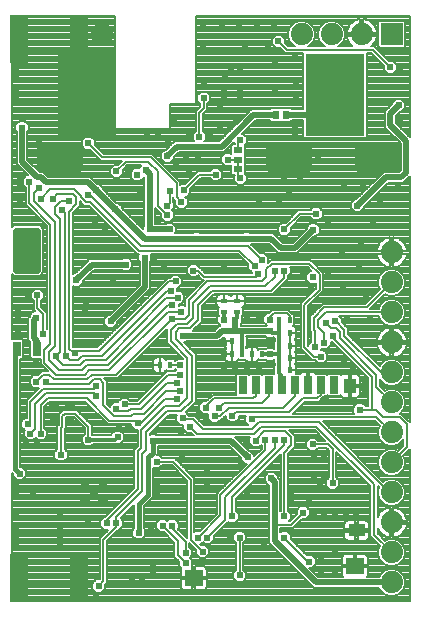
<source format=gbl>
G75*
%MOIN*%
%OFA0B0*%
%FSLAX24Y24*%
%IPPOS*%
%LPD*%
%AMOC8*
5,1,8,0,0,1.08239X$1,22.5*
%
%ADD10R,0.0079X0.0157*%
%ADD11C,0.0320*%
%ADD12R,0.0600X0.1600*%
%ADD13R,0.0157X0.0236*%
%ADD14R,0.0236X0.0157*%
%ADD15R,0.0740X0.0740*%
%ADD16C,0.0740*%
%ADD17R,0.1969X0.2756*%
%ADD18C,0.0318*%
%ADD19R,0.0591X0.0531*%
%ADD20R,0.0551X0.0394*%
%ADD21R,0.0394X0.0512*%
%ADD22R,0.0295X0.0591*%
%ADD23R,0.0315X0.0230*%
%ADD24C,0.0236*%
%ADD25R,0.0276X0.0512*%
%ADD26R,0.0230X0.0315*%
%ADD27C,0.0238*%
%ADD28C,0.0079*%
%ADD29C,0.0197*%
%ADD30C,0.0118*%
%ADD31C,0.0157*%
D10*
X009282Y016227D03*
D11*
X003671Y016011D03*
X003671Y016523D03*
X003159Y016523D03*
X003159Y016011D03*
X003159Y008176D03*
X003159Y007664D03*
X003671Y007664D03*
X003671Y008176D03*
D12*
X003978Y002428D03*
X001978Y002428D03*
X001986Y020420D03*
X003986Y020420D03*
D13*
X010640Y011031D03*
X010640Y010597D03*
X010640Y010164D03*
X010640Y009771D03*
X010640Y009377D03*
X010994Y009377D03*
X010994Y009771D03*
X010994Y010164D03*
X010994Y010597D03*
X010994Y011031D03*
X010089Y009889D03*
X009734Y009889D03*
X009419Y009889D03*
X009065Y009889D03*
X009065Y010322D03*
X009419Y010322D03*
X007018Y009534D03*
X006663Y009534D03*
D14*
X008809Y011321D03*
X008809Y011675D03*
X009257Y011675D03*
X009257Y011321D03*
D15*
X014400Y020558D03*
D16*
X013400Y020558D03*
X012400Y020558D03*
X011400Y020558D03*
X014400Y013290D03*
X014400Y012290D03*
X014400Y011290D03*
X014400Y010290D03*
X014400Y009290D03*
X014400Y008290D03*
X014400Y007290D03*
X014400Y006290D03*
X014400Y005290D03*
X014400Y004290D03*
X014400Y003290D03*
X014400Y002290D03*
X004754Y020558D03*
D17*
X004242Y018550D03*
X012510Y018550D03*
D18*
X004768Y005611D03*
X004478Y005322D03*
X004189Y005611D03*
X004189Y005032D03*
X004768Y005032D03*
D19*
X007795Y002438D03*
X013169Y002832D03*
D20*
X013228Y004023D03*
D21*
X013002Y008845D03*
D22*
X012470Y008865D03*
X012037Y008865D03*
X011604Y008865D03*
X011171Y008865D03*
X010738Y008865D03*
X010305Y008865D03*
X009872Y008865D03*
X009439Y008865D03*
D23*
X009282Y016070D03*
X009282Y016385D03*
X009282Y016700D03*
D24*
X010325Y016818D02*
X011623Y016818D01*
X011623Y016110D01*
X010325Y016110D01*
X010325Y016818D01*
X010325Y016345D02*
X011623Y016345D01*
X011623Y016580D02*
X010325Y016580D01*
X010325Y016815D02*
X011623Y016815D01*
X013278Y016818D02*
X014576Y016818D01*
X014576Y016110D01*
X013278Y016110D01*
X013278Y016818D01*
X013278Y016345D02*
X014576Y016345D01*
X014576Y016580D02*
X013278Y016580D01*
X013278Y016815D02*
X014576Y016815D01*
X003986Y016818D02*
X002688Y016818D01*
X003986Y016818D02*
X003986Y016110D01*
X002688Y016110D01*
X002688Y016818D01*
X002688Y016345D02*
X003986Y016345D01*
X003986Y016580D02*
X002688Y016580D01*
X002688Y016815D02*
X003986Y016815D01*
X001880Y014002D02*
X001880Y012704D01*
X001880Y014002D02*
X002588Y014002D01*
X002588Y012704D01*
X001880Y012704D01*
X001880Y012939D02*
X002588Y012939D01*
X002588Y013174D02*
X001880Y013174D01*
X001880Y013409D02*
X002588Y013409D01*
X002588Y013644D02*
X001880Y013644D01*
X001880Y013879D02*
X002588Y013879D01*
D25*
X002569Y010086D03*
X001900Y010086D03*
D26*
X010529Y017881D03*
X010869Y017881D03*
D27*
X011171Y017527D03*
X011171Y017133D03*
X011959Y016385D03*
X012195Y016857D03*
X011329Y015676D03*
X010974Y015282D03*
X010659Y014889D03*
X009990Y015086D03*
X010305Y015637D03*
X010817Y015794D03*
X011880Y014574D03*
X011447Y014180D03*
X011782Y014042D03*
X012274Y014239D03*
X012746Y013353D03*
X012274Y012605D03*
X011762Y012458D03*
X011722Y012094D03*
X011431Y012527D03*
X010817Y012684D03*
X010502Y012684D03*
X010069Y013038D03*
X009833Y012842D03*
X009951Y012566D03*
X009557Y013747D03*
X008809Y012881D03*
X007785Y012684D03*
X007195Y012330D03*
X007037Y012015D03*
X007274Y011779D03*
X007077Y011542D03*
X007392Y011306D03*
X007077Y011070D03*
X007431Y010509D03*
X007352Y009534D03*
X007352Y009219D03*
X007234Y008944D03*
X007352Y008668D03*
X007234Y008393D03*
X007431Y007763D03*
X007667Y007487D03*
X007372Y007330D03*
X007411Y006542D03*
X006565Y006306D03*
X006565Y005952D03*
X006565Y005597D03*
X006565Y005282D03*
X007431Y005322D03*
X007077Y004180D03*
X006762Y004180D03*
X006368Y004180D03*
X005974Y003944D03*
X005656Y003912D03*
X005226Y004259D03*
X004911Y004259D03*
X004282Y004259D03*
X003337Y004180D03*
X003337Y004534D03*
X003337Y003826D03*
X003337Y003471D03*
X004557Y001857D03*
X004636Y002172D03*
X005738Y002330D03*
X005738Y001975D03*
X006093Y002330D03*
X006447Y002527D03*
X006447Y002881D03*
X007530Y002940D03*
X007530Y003284D03*
X007943Y003786D03*
X008258Y003786D03*
X008100Y003314D03*
X009006Y003786D03*
X009341Y003786D03*
X009085Y004495D03*
X009585Y005275D03*
X009388Y006219D03*
X009596Y006464D03*
X009537Y007015D03*
X009872Y007015D03*
X010187Y007054D03*
X010502Y007054D03*
X010817Y007054D03*
X011683Y008078D03*
X011998Y008078D03*
X012195Y008353D03*
X013061Y008314D03*
X013337Y008038D03*
X013494Y008629D03*
X013494Y009023D03*
X013100Y009416D03*
X012825Y009653D03*
X013494Y010243D03*
X013258Y010479D03*
X012904Y011031D03*
X012510Y010991D03*
X012431Y010519D03*
X012156Y010282D03*
X011841Y010125D03*
X012037Y009810D03*
X012195Y010952D03*
X011711Y011424D03*
X012785Y012172D03*
X013297Y012763D03*
X013376Y013590D03*
X013770Y014259D03*
X014006Y014928D03*
X013455Y015558D03*
X013258Y014849D03*
X012825Y015558D03*
X014596Y015479D03*
X014596Y014416D03*
X013533Y011897D03*
X013691Y011031D03*
X010817Y013747D03*
X010817Y014062D03*
X009360Y015755D03*
X008927Y016385D03*
X008533Y015873D03*
X007943Y016385D03*
X007628Y015991D03*
X007549Y016503D03*
X007195Y016306D03*
X006919Y016503D03*
X006959Y017054D03*
X007156Y017330D03*
X007156Y017645D03*
X006604Y017172D03*
X006250Y017172D03*
X006211Y016031D03*
X005915Y015873D03*
X005620Y016031D03*
X005226Y015991D03*
X004557Y015361D03*
X004282Y015204D03*
X003652Y015007D03*
X003415Y014692D03*
X003100Y015086D03*
X002707Y015086D03*
X002628Y015440D03*
X002313Y015637D03*
X001998Y015794D03*
X001998Y015440D03*
X001998Y015086D03*
X002470Y013353D03*
X002589Y011857D03*
X002274Y011857D03*
X001959Y011385D03*
X001959Y011031D03*
X001959Y010676D03*
X002549Y011109D03*
X002776Y010568D03*
X003219Y009849D03*
X003533Y009849D03*
X003848Y009928D03*
X004321Y010243D03*
X005030Y010991D03*
X004163Y011306D03*
X004203Y011621D03*
X003888Y012369D03*
X005108Y012290D03*
X005108Y011975D03*
X005541Y012881D03*
X006171Y013117D03*
X006486Y013117D03*
X006801Y012763D03*
X006368Y013747D03*
X006329Y014062D03*
X006033Y014338D03*
X006616Y014377D03*
X006919Y014534D03*
X006919Y014849D03*
X006998Y015322D03*
X007470Y015361D03*
X007392Y014968D03*
X006998Y014062D03*
X007904Y013747D03*
X006014Y015204D03*
X005187Y014731D03*
X004833Y014101D03*
X004518Y014259D03*
X004282Y016936D03*
X004675Y017881D03*
X004675Y018353D03*
X004675Y018708D03*
X004675Y019062D03*
X004675Y019534D03*
X004675Y019889D03*
X003455Y018196D03*
X002628Y017054D03*
X002077Y017448D03*
X001880Y018393D03*
X001880Y018747D03*
X001880Y019101D03*
X001880Y019456D03*
X007628Y017133D03*
X007982Y017133D03*
X008337Y017133D03*
X008691Y017448D03*
X009006Y017527D03*
X009203Y017763D03*
X009360Y018038D03*
X009360Y018393D03*
X009360Y018747D03*
X008848Y019101D03*
X009045Y019377D03*
X009360Y019456D03*
X009518Y020086D03*
X009321Y020873D03*
X009911Y020873D03*
X010463Y020873D03*
X010620Y020322D03*
X010266Y020086D03*
X010502Y019574D03*
X010502Y018747D03*
X010502Y018314D03*
X011211Y018471D03*
X011211Y018944D03*
X011171Y019771D03*
X009360Y017034D03*
X008691Y018078D03*
X008809Y018393D03*
X008809Y018747D03*
X008140Y018944D03*
X008140Y018432D03*
X008100Y020125D03*
X008100Y020873D03*
X008730Y020873D03*
X014360Y019456D03*
X014675Y019456D03*
X014636Y018196D03*
X014675Y017684D03*
X010345Y011050D03*
X010345Y010666D03*
X010345Y010282D03*
X010345Y009899D03*
X009961Y009515D03*
X009577Y009515D03*
X009193Y009515D03*
X008809Y009515D03*
X008809Y009899D03*
X008809Y010282D03*
X008809Y010666D03*
X008809Y011050D03*
X009193Y011050D03*
X009577Y011050D03*
X009961Y011050D03*
X008652Y008117D03*
X008494Y007822D03*
X008219Y007645D03*
X007963Y007920D03*
X008209Y008117D03*
X008809Y007645D03*
X009085Y007842D03*
X009734Y007723D03*
X010384Y005755D03*
X011053Y005243D03*
X011053Y004928D03*
X010817Y004495D03*
X010817Y003786D03*
X010148Y003550D03*
X009341Y002527D03*
X009045Y002212D03*
X009911Y002251D03*
X011093Y002251D03*
X011644Y002979D03*
X012037Y003117D03*
X012037Y002645D03*
X012510Y002645D03*
X012510Y003314D03*
X012510Y004495D03*
X012864Y004495D03*
X013219Y004495D03*
X012431Y005597D03*
X012156Y005794D03*
X011998Y005479D03*
X011801Y005834D03*
X011644Y005440D03*
X011644Y005046D03*
X011447Y004613D03*
X011801Y004495D03*
X012156Y004495D03*
X012156Y006149D03*
X012156Y006503D03*
X011801Y006503D03*
X011762Y006897D03*
X011801Y006149D03*
X008258Y006031D03*
X008258Y005519D03*
X006447Y007015D03*
X005935Y007605D03*
X005620Y007448D03*
X005305Y007448D03*
X005266Y007133D03*
X005226Y008078D03*
X005502Y008235D03*
X005994Y009534D03*
X004557Y008826D03*
X004557Y008511D03*
X004282Y007054D03*
X003376Y006542D03*
X002707Y007251D03*
X002589Y006936D03*
X002352Y007251D03*
X002274Y007566D03*
X002195Y006936D03*
X001998Y005912D03*
X001880Y005597D03*
X001880Y005243D03*
X001880Y004889D03*
X001880Y004534D03*
X001880Y004180D03*
X001880Y003826D03*
X001880Y003471D03*
X002431Y005322D03*
X002549Y008983D03*
X002549Y009298D03*
X002549Y009613D03*
X002864Y008983D03*
D28*
X001743Y005945D02*
X001743Y001681D01*
X015009Y001681D01*
X015009Y006733D01*
X014960Y006684D01*
X014960Y006684D01*
X014792Y006516D01*
X014848Y006380D01*
X014848Y006201D01*
X014780Y006036D01*
X014654Y005910D01*
X014489Y005842D01*
X014310Y005842D01*
X014145Y005910D01*
X014019Y006036D01*
X013951Y006201D01*
X013951Y006380D01*
X014019Y006545D01*
X014145Y006671D01*
X014310Y006739D01*
X014489Y006739D01*
X014625Y006683D01*
X014793Y006851D01*
X014793Y007068D01*
X014780Y007036D01*
X014654Y006910D01*
X014489Y006842D01*
X014310Y006842D01*
X014145Y006910D01*
X014019Y007036D01*
X013951Y007201D01*
X013951Y007380D01*
X014007Y007516D01*
X013839Y007684D01*
X012094Y007684D01*
X014123Y005648D01*
X014145Y005671D01*
X014310Y005739D01*
X014489Y005739D01*
X014654Y005671D01*
X014780Y005545D01*
X014848Y005380D01*
X014848Y005201D01*
X014780Y005036D01*
X014654Y004910D01*
X014489Y004842D01*
X014310Y004842D01*
X014145Y004910D01*
X014019Y005036D01*
X013951Y005201D01*
X013951Y005380D01*
X013982Y005455D01*
X013927Y005510D01*
X013927Y004485D01*
X013928Y004486D01*
X013964Y004557D01*
X014011Y004622D01*
X014068Y004679D01*
X014133Y004726D01*
X014204Y004762D01*
X014280Y004787D01*
X014360Y004800D01*
X014360Y004800D01*
X014360Y004330D01*
X014439Y004330D01*
X014439Y004800D01*
X014440Y004800D01*
X014519Y004787D01*
X014595Y004762D01*
X014667Y004726D01*
X014731Y004679D01*
X014788Y004622D01*
X014835Y004557D01*
X014872Y004486D01*
X014896Y004410D01*
X014909Y004330D01*
X014909Y004330D01*
X014439Y004330D01*
X014439Y004251D01*
X014909Y004251D01*
X014909Y004250D01*
X014896Y004171D01*
X014872Y004095D01*
X014835Y004023D01*
X014788Y003959D01*
X014731Y003902D01*
X014667Y003855D01*
X014595Y003818D01*
X014519Y003794D01*
X014440Y003781D01*
X014439Y003781D01*
X014439Y004251D01*
X014360Y004251D01*
X014360Y003781D01*
X014360Y003781D01*
X014280Y003794D01*
X014204Y003818D01*
X014133Y003855D01*
X014068Y003902D01*
X014011Y003959D01*
X013964Y004023D01*
X013928Y004095D01*
X013927Y004096D01*
X013927Y003930D01*
X014174Y003683D01*
X014310Y003739D01*
X014489Y003739D01*
X014654Y003671D01*
X014780Y003545D01*
X014848Y003380D01*
X014848Y003201D01*
X014780Y003036D01*
X014654Y002910D01*
X014489Y002842D01*
X014310Y002842D01*
X014145Y002910D01*
X014019Y003036D01*
X013951Y003201D01*
X013951Y003380D01*
X014007Y003516D01*
X013691Y003832D01*
X013691Y005509D01*
X012549Y006651D01*
X012549Y005788D01*
X012650Y005688D01*
X012650Y005507D01*
X012522Y005379D01*
X012341Y005379D01*
X012213Y005507D01*
X012213Y005688D01*
X012313Y005788D01*
X012313Y006690D01*
X012225Y006779D01*
X011953Y006779D01*
X011852Y006678D01*
X011671Y006678D01*
X011543Y006806D01*
X011543Y006987D01*
X011671Y007115D01*
X011852Y007115D01*
X011953Y007015D01*
X012185Y007015D01*
X011831Y007369D01*
X010984Y007369D01*
X011171Y007182D01*
X011171Y006808D01*
X010935Y006572D01*
X010935Y004686D01*
X011035Y004586D01*
X011035Y004405D01*
X010968Y004338D01*
X011004Y004338D01*
X011228Y004562D01*
X011228Y004704D01*
X011356Y004832D01*
X011537Y004832D01*
X011665Y004704D01*
X011665Y004523D01*
X011537Y004395D01*
X011395Y004395D01*
X011171Y004171D01*
X011102Y004101D01*
X010679Y004101D01*
X010679Y003958D01*
X010726Y004005D01*
X010907Y004005D01*
X011035Y003877D01*
X011035Y003735D01*
X011573Y003198D01*
X011734Y003198D01*
X011862Y003070D01*
X011862Y002889D01*
X011734Y002761D01*
X011660Y002761D01*
X011953Y002468D01*
X012775Y002468D01*
X012763Y002480D01*
X012744Y002512D01*
X012735Y002548D01*
X012735Y002792D01*
X013130Y002792D01*
X013130Y002871D01*
X012735Y002871D01*
X012735Y003116D01*
X012744Y003151D01*
X012763Y003183D01*
X012788Y003209D01*
X012820Y003227D01*
X012856Y003237D01*
X013130Y003237D01*
X013130Y002871D01*
X013209Y002871D01*
X013604Y002871D01*
X013604Y003116D01*
X013594Y003151D01*
X013576Y003183D01*
X013550Y003209D01*
X013518Y003227D01*
X013483Y003237D01*
X013209Y003237D01*
X013209Y002871D01*
X013209Y002792D01*
X013604Y002792D01*
X013604Y002548D01*
X013594Y002512D01*
X013576Y002480D01*
X013563Y002468D01*
X013987Y002468D01*
X014019Y002545D01*
X014145Y002671D01*
X014310Y002739D01*
X014489Y002739D01*
X014654Y002671D01*
X014780Y002545D01*
X014848Y002380D01*
X014848Y002201D01*
X014780Y002036D01*
X014654Y001910D01*
X014489Y001842D01*
X014310Y001842D01*
X014145Y001910D01*
X014019Y002036D01*
X013987Y002113D01*
X011807Y002113D01*
X011703Y002217D01*
X010325Y003595D01*
X010325Y005536D01*
X010293Y005536D01*
X010165Y005664D01*
X010165Y005845D01*
X010293Y005973D01*
X010474Y005973D01*
X010602Y005845D01*
X010602Y005787D01*
X010679Y005710D01*
X010679Y004666D01*
X010699Y004686D01*
X010699Y006572D01*
X009203Y005076D01*
X009203Y004686D01*
X009303Y004586D01*
X009303Y004405D01*
X009175Y004277D01*
X008994Y004277D01*
X008955Y004316D01*
X008476Y003838D01*
X008476Y003696D01*
X008348Y003568D01*
X008167Y003568D01*
X008100Y003635D01*
X008033Y003568D01*
X008013Y003568D01*
X008049Y003532D01*
X008191Y003532D01*
X008319Y003404D01*
X008319Y003224D01*
X008191Y003096D01*
X008010Y003096D01*
X007882Y003224D01*
X007882Y003365D01*
X007648Y003600D01*
X007648Y003475D01*
X007748Y003375D01*
X007748Y003194D01*
X007666Y003112D01*
X007748Y003030D01*
X007748Y002849D01*
X007742Y002843D01*
X007756Y002843D01*
X007756Y002477D01*
X007756Y002399D01*
X007361Y002399D01*
X007361Y002154D01*
X007370Y002118D01*
X007388Y002087D01*
X007414Y002061D01*
X007446Y002042D01*
X007482Y002033D01*
X007756Y002033D01*
X007756Y002399D01*
X007835Y002399D01*
X007835Y002477D01*
X008230Y002477D01*
X008230Y002722D01*
X008220Y002758D01*
X008202Y002789D01*
X008176Y002815D01*
X008144Y002834D01*
X008109Y002843D01*
X007835Y002843D01*
X007835Y002477D01*
X007756Y002477D01*
X007361Y002477D01*
X007361Y002722D01*
X007370Y002758D01*
X007382Y002778D01*
X007311Y002849D01*
X007311Y002991D01*
X007156Y003147D01*
X007156Y003619D01*
X006813Y003962D01*
X006671Y003962D01*
X006543Y004090D01*
X006543Y004271D01*
X006671Y004399D01*
X006852Y004399D01*
X006919Y004332D01*
X006986Y004399D01*
X007167Y004399D01*
X007295Y004271D01*
X007295Y004090D01*
X007275Y004070D01*
X007578Y003767D01*
X007589Y003757D01*
X007589Y005667D01*
X007067Y006188D01*
X006756Y006188D01*
X006655Y006088D01*
X006474Y006088D01*
X006447Y006115D01*
X006447Y005139D01*
X006355Y005046D01*
X006132Y004824D01*
X006132Y004095D01*
X006193Y004034D01*
X006193Y003853D01*
X006065Y003725D01*
X005884Y003725D01*
X005756Y003853D01*
X005756Y004034D01*
X005817Y004095D01*
X005817Y004879D01*
X005366Y004428D01*
X005445Y004349D01*
X005445Y004168D01*
X005317Y004040D01*
X005293Y004040D01*
X005275Y004023D01*
X004911Y003659D01*
X004911Y002281D01*
X004854Y002224D01*
X004854Y002082D01*
X004726Y001954D01*
X004545Y001954D01*
X004417Y002082D01*
X004417Y002263D01*
X004545Y002391D01*
X004675Y002391D01*
X004675Y003757D01*
X004959Y004040D01*
X004821Y004040D01*
X004693Y004168D01*
X004693Y004349D01*
X004821Y004477D01*
X004845Y004477D01*
X005817Y005450D01*
X005817Y006709D01*
X005935Y006827D01*
X005935Y007387D01*
X005845Y007387D01*
X005717Y007515D01*
X005717Y007566D01*
X004941Y007566D01*
X004872Y007635D01*
X004872Y007635D01*
X004193Y008314D01*
X002992Y008314D01*
X002825Y008147D01*
X004360Y008147D01*
X004437Y008070D02*
X002825Y008070D01*
X002825Y008147D02*
X002825Y007442D01*
X002925Y007341D01*
X002925Y007161D01*
X002797Y007033D01*
X002616Y007033D01*
X002530Y007119D01*
X002443Y007033D01*
X002262Y007033D01*
X002134Y007161D01*
X002134Y007341D01*
X002162Y007369D01*
X002055Y007475D01*
X002055Y007656D01*
X002183Y007784D01*
X002234Y007784D01*
X002234Y008363D01*
X002636Y008765D01*
X002459Y008765D01*
X002331Y008893D01*
X002331Y009074D01*
X001998Y009074D01*
X001998Y008997D02*
X002331Y008997D01*
X002331Y009074D02*
X002459Y009202D01*
X002601Y009202D01*
X002667Y009268D01*
X002737Y009338D01*
X002933Y009338D01*
X002776Y009495D01*
X002707Y009564D01*
X002707Y009751D01*
X002398Y009751D01*
X002352Y009797D01*
X002352Y010308D01*
X002293Y010367D01*
X002293Y011104D01*
X002331Y011141D01*
X002331Y011200D01*
X002459Y011328D01*
X002518Y011328D01*
X002470Y011375D01*
X002470Y011666D01*
X002370Y011767D01*
X002370Y011948D01*
X002498Y012076D01*
X002679Y012076D01*
X002807Y011948D01*
X002807Y011767D01*
X002707Y011666D01*
X002707Y011473D01*
X002904Y011276D01*
X002904Y010749D01*
X002904Y010749D01*
X002904Y014171D01*
X002264Y014810D01*
X002195Y014879D01*
X002195Y015446D01*
X002095Y015546D01*
X002095Y015727D01*
X002223Y015855D01*
X002277Y015855D01*
X002003Y016129D01*
X002003Y016129D01*
X001900Y016233D01*
X001900Y017316D01*
X001858Y017357D01*
X001858Y017538D01*
X001986Y017666D01*
X002167Y017666D01*
X002295Y017538D01*
X002295Y017357D01*
X002254Y017316D01*
X002254Y016379D01*
X002662Y015971D01*
X002780Y015971D01*
X002884Y015868D01*
X002884Y015868D01*
X002938Y015814D01*
X004355Y015814D01*
X004459Y015710D01*
X004589Y015580D01*
X004648Y015580D01*
X004776Y015452D01*
X004776Y015393D01*
X005219Y014950D01*
X005277Y014950D01*
X005405Y014822D01*
X005405Y014763D01*
X006110Y014059D01*
X006110Y014152D01*
X006152Y014194D01*
X006152Y015812D01*
X006134Y015812D01*
X006134Y015783D01*
X006006Y015655D01*
X005825Y015655D01*
X005697Y015783D01*
X005697Y015964D01*
X005825Y016091D01*
X005992Y016091D01*
X005992Y016121D01*
X006059Y016188D01*
X005590Y016188D01*
X005445Y016043D01*
X005445Y015901D01*
X005317Y015773D01*
X005136Y015773D01*
X005008Y015901D01*
X005008Y016082D01*
X005136Y016210D01*
X005278Y016210D01*
X005414Y016345D01*
X004705Y016345D01*
X004333Y016718D01*
X004191Y016718D01*
X004063Y016846D01*
X004063Y017026D01*
X004191Y017154D01*
X004372Y017154D01*
X004500Y017026D01*
X004500Y016885D01*
X004803Y016582D01*
X006417Y016582D01*
X006486Y016513D01*
X007283Y015716D01*
X007283Y015716D01*
X007352Y015646D01*
X007352Y015552D01*
X007380Y015580D01*
X007522Y015580D01*
X007933Y015991D01*
X008343Y015991D01*
X008443Y016091D01*
X008624Y016091D01*
X008752Y015964D01*
X008752Y015783D01*
X008624Y015655D01*
X008443Y015655D01*
X008343Y015755D01*
X008031Y015755D01*
X007689Y015413D01*
X007689Y015271D01*
X007561Y015143D01*
X007525Y015143D01*
X007610Y015058D01*
X007610Y014877D01*
X007482Y014749D01*
X007301Y014749D01*
X007173Y014877D01*
X007173Y015019D01*
X007116Y015076D01*
X007116Y015131D01*
X007116Y015131D01*
X007116Y014961D01*
X007138Y014940D01*
X007138Y014759D01*
X007071Y014692D01*
X007138Y014625D01*
X007138Y014444D01*
X007010Y014316D01*
X006829Y014316D01*
X006701Y014444D01*
X006701Y014586D01*
X006555Y014731D01*
X006506Y014781D01*
X006506Y014239D01*
X006866Y014239D01*
X006908Y014280D01*
X007089Y014280D01*
X007216Y014152D01*
X007216Y013972D01*
X007169Y013924D01*
X007772Y013924D01*
X007813Y013965D01*
X007994Y013965D01*
X008035Y013924D01*
X009425Y013924D01*
X009467Y013965D01*
X009648Y013965D01*
X009689Y013924D01*
X010457Y013924D01*
X010772Y013609D01*
X011098Y013609D01*
X011563Y014074D01*
X011563Y014133D01*
X011691Y014261D01*
X011872Y014261D01*
X012000Y014133D01*
X012000Y013952D01*
X011872Y013824D01*
X011814Y013824D01*
X011348Y013359D01*
X011348Y013359D01*
X011245Y013255D01*
X010625Y013255D01*
X010522Y013359D01*
X010310Y013570D01*
X009704Y013570D01*
X010018Y013257D01*
X010159Y013257D01*
X010287Y013129D01*
X010287Y012951D01*
X010374Y013038D01*
X011693Y013038D01*
X011762Y012969D01*
X012116Y012615D01*
X012116Y012005D01*
X012047Y011936D01*
X011604Y011493D01*
X011604Y010174D01*
X011622Y010156D01*
X011622Y010215D01*
X011722Y010316D01*
X011722Y010627D01*
X011683Y010667D01*
X011683Y011158D01*
X011752Y011227D01*
X012107Y011582D01*
X013524Y011582D01*
X014007Y012065D01*
X013951Y012201D01*
X013951Y012380D01*
X014019Y012545D01*
X014145Y012671D01*
X014310Y012739D01*
X014489Y012739D01*
X014654Y012671D01*
X014780Y012545D01*
X014848Y012380D01*
X014848Y012201D01*
X014780Y012036D01*
X014654Y011910D01*
X014489Y011842D01*
X014310Y011842D01*
X014174Y011898D01*
X013685Y011408D01*
X013963Y011408D01*
X014019Y011545D01*
X014145Y011671D01*
X014310Y011739D01*
X014489Y011739D01*
X014654Y011671D01*
X014780Y011545D01*
X014848Y011380D01*
X014848Y011201D01*
X014780Y011036D01*
X014654Y010910D01*
X014489Y010842D01*
X014310Y010842D01*
X014145Y010910D01*
X014019Y011036D01*
X013963Y011172D01*
X012638Y011172D01*
X012728Y011082D01*
X014000Y011082D01*
X013968Y011160D02*
X012650Y011160D01*
X012728Y011082D02*
X012728Y010979D01*
X012874Y010834D01*
X012943Y010764D01*
X012943Y010568D01*
X014004Y009507D01*
X014019Y009545D01*
X014145Y009671D01*
X014310Y009739D01*
X014489Y009739D01*
X014654Y009671D01*
X014780Y009545D01*
X014848Y009380D01*
X014848Y009201D01*
X014780Y009036D01*
X014654Y008910D01*
X014489Y008842D01*
X014310Y008842D01*
X014145Y008910D01*
X014019Y009036D01*
X014006Y009068D01*
X014006Y008851D01*
X014174Y008683D01*
X014310Y008739D01*
X014489Y008739D01*
X014654Y008671D01*
X014780Y008545D01*
X014848Y008380D01*
X014848Y008201D01*
X014780Y008036D01*
X014664Y007920D01*
X014724Y007920D01*
X014960Y007684D01*
X015009Y007635D01*
X015009Y015838D01*
X014892Y015721D01*
X014788Y015617D01*
X014276Y015617D01*
X013476Y014817D01*
X013476Y014759D01*
X013348Y014631D01*
X013167Y014631D01*
X013039Y014759D01*
X013039Y014940D01*
X013167Y015068D01*
X013226Y015068D01*
X014129Y015971D01*
X014641Y015971D01*
X014695Y016025D01*
X014695Y016941D01*
X014183Y017453D01*
X014183Y017994D01*
X014287Y018097D01*
X014417Y018228D01*
X014417Y018286D01*
X014545Y018414D01*
X014726Y018414D01*
X014854Y018286D01*
X014854Y018105D01*
X014726Y017977D01*
X014668Y017977D01*
X014537Y017847D01*
X014537Y017600D01*
X014945Y017192D01*
X015009Y017128D01*
X015009Y021167D01*
X007864Y021167D01*
X007864Y018235D01*
X006998Y018235D01*
X006998Y017408D01*
X005187Y017408D01*
X005187Y021167D01*
X001743Y021167D01*
X001743Y014144D01*
X001798Y014200D01*
X002670Y014200D01*
X002785Y014084D01*
X002785Y012622D01*
X002670Y012507D01*
X001798Y012507D01*
X001743Y012562D01*
X001743Y010420D01*
X002070Y010420D01*
X002116Y010374D01*
X002116Y009797D01*
X002070Y009751D01*
X001998Y009751D01*
X001998Y006135D01*
X002002Y006131D01*
X002089Y006131D01*
X002216Y006003D01*
X002216Y005822D01*
X002089Y005694D01*
X001908Y005694D01*
X001780Y005822D01*
X001780Y005908D01*
X001743Y005945D01*
X001743Y005907D02*
X001780Y005907D01*
X001780Y005830D02*
X001743Y005830D01*
X001743Y005753D02*
X001849Y005753D01*
X001743Y005675D02*
X005817Y005675D01*
X005817Y005598D02*
X001743Y005598D01*
X001743Y005521D02*
X005817Y005521D01*
X005811Y005444D02*
X001743Y005444D01*
X001743Y005366D02*
X005734Y005366D01*
X005657Y005289D02*
X001743Y005289D01*
X001743Y005212D02*
X005579Y005212D01*
X005502Y005135D02*
X001743Y005135D01*
X001743Y005058D02*
X005425Y005058D01*
X005348Y004980D02*
X001743Y004980D01*
X001743Y004903D02*
X005270Y004903D01*
X005193Y004826D02*
X001743Y004826D01*
X001743Y004749D02*
X005116Y004749D01*
X005039Y004671D02*
X001743Y004671D01*
X001743Y004594D02*
X004961Y004594D01*
X004884Y004517D02*
X001743Y004517D01*
X001743Y004440D02*
X004783Y004440D01*
X004706Y004362D02*
X001743Y004362D01*
X001743Y004285D02*
X004693Y004285D01*
X004693Y004208D02*
X001743Y004208D01*
X001743Y004131D02*
X004731Y004131D01*
X004808Y004053D02*
X001743Y004053D01*
X001743Y003976D02*
X004895Y003976D01*
X004818Y003899D02*
X001743Y003899D01*
X001743Y003822D02*
X004740Y003822D01*
X004675Y003744D02*
X001743Y003744D01*
X001743Y003667D02*
X004675Y003667D01*
X004675Y003590D02*
X001743Y003590D01*
X001743Y003513D02*
X004675Y003513D01*
X004675Y003435D02*
X001743Y003435D01*
X001743Y003358D02*
X004675Y003358D01*
X004675Y003281D02*
X001743Y003281D01*
X001743Y003204D02*
X004675Y003204D01*
X004675Y003127D02*
X001743Y003127D01*
X001743Y003049D02*
X004675Y003049D01*
X004675Y002972D02*
X001743Y002972D01*
X001743Y002895D02*
X004675Y002895D01*
X004675Y002818D02*
X001743Y002818D01*
X001743Y002740D02*
X004675Y002740D01*
X004675Y002663D02*
X001743Y002663D01*
X001743Y002586D02*
X004675Y002586D01*
X004675Y002509D02*
X001743Y002509D01*
X001743Y002431D02*
X004675Y002431D01*
X004793Y002330D02*
X004636Y002172D01*
X004854Y002200D02*
X007361Y002200D01*
X007361Y002277D02*
X004907Y002277D01*
X004911Y002354D02*
X007361Y002354D01*
X007361Y002509D02*
X004911Y002509D01*
X004911Y002586D02*
X007361Y002586D01*
X007361Y002663D02*
X004911Y002663D01*
X004911Y002740D02*
X007366Y002740D01*
X007343Y002818D02*
X004911Y002818D01*
X004911Y002895D02*
X007311Y002895D01*
X007311Y002972D02*
X004911Y002972D01*
X004911Y003049D02*
X007253Y003049D01*
X007176Y003127D02*
X004911Y003127D01*
X004911Y003204D02*
X007156Y003204D01*
X007156Y003281D02*
X004911Y003281D01*
X004911Y003358D02*
X007156Y003358D01*
X007156Y003435D02*
X004911Y003435D01*
X004911Y003513D02*
X007156Y003513D01*
X007156Y003590D02*
X004911Y003590D01*
X004920Y003667D02*
X007108Y003667D01*
X007030Y003744D02*
X006084Y003744D01*
X006161Y003822D02*
X006953Y003822D01*
X006876Y003899D02*
X006193Y003899D01*
X006193Y003976D02*
X006657Y003976D01*
X006580Y004053D02*
X006174Y004053D01*
X006132Y004131D02*
X006543Y004131D01*
X006543Y004208D02*
X006132Y004208D01*
X006132Y004285D02*
X006558Y004285D01*
X006635Y004362D02*
X006132Y004362D01*
X006132Y004440D02*
X007589Y004440D01*
X007589Y004517D02*
X006132Y004517D01*
X006132Y004594D02*
X007589Y004594D01*
X007589Y004671D02*
X006132Y004671D01*
X006132Y004749D02*
X007589Y004749D01*
X007589Y004826D02*
X006134Y004826D01*
X006211Y004903D02*
X007589Y004903D01*
X007589Y004980D02*
X006289Y004980D01*
X006366Y005058D02*
X007589Y005058D01*
X007589Y005135D02*
X006443Y005135D01*
X006447Y005212D02*
X007589Y005212D01*
X007589Y005289D02*
X006447Y005289D01*
X006447Y005366D02*
X007589Y005366D01*
X007589Y005444D02*
X006447Y005444D01*
X006447Y005521D02*
X007589Y005521D01*
X007589Y005598D02*
X006447Y005598D01*
X006447Y005675D02*
X007580Y005675D01*
X007503Y005753D02*
X006447Y005753D01*
X006447Y005830D02*
X007425Y005830D01*
X007348Y005907D02*
X006447Y005907D01*
X006447Y005984D02*
X007271Y005984D01*
X007194Y006062D02*
X006447Y006062D01*
X006707Y006139D02*
X007116Y006139D01*
X007116Y006306D02*
X007707Y005716D01*
X007707Y003708D01*
X008100Y003314D01*
X008319Y003281D02*
X009222Y003281D01*
X009222Y003358D02*
X008319Y003358D01*
X008288Y003435D02*
X009222Y003435D01*
X009222Y003513D02*
X008211Y003513D01*
X008145Y003590D02*
X008055Y003590D01*
X007943Y003786D02*
X008691Y004534D01*
X008691Y005204D01*
X010187Y006700D01*
X010187Y007054D01*
X010049Y006883D02*
X010069Y006863D01*
X010069Y006749D01*
X009815Y006495D01*
X009815Y006554D01*
X009687Y006682D01*
X009629Y006682D01*
X009178Y007133D01*
X009681Y007133D01*
X009654Y007105D01*
X009654Y006924D01*
X009782Y006796D01*
X009963Y006796D01*
X010049Y006883D01*
X010069Y006834D02*
X010000Y006834D01*
X010069Y006757D02*
X009554Y006757D01*
X009477Y006834D02*
X009744Y006834D01*
X009667Y006911D02*
X009399Y006911D01*
X009322Y006989D02*
X009654Y006989D01*
X009654Y007066D02*
X009245Y007066D01*
X009053Y006757D02*
X006604Y006757D01*
X006604Y006834D02*
X008975Y006834D01*
X008972Y006838D02*
X009378Y006431D01*
X009378Y006373D01*
X009506Y006245D01*
X009565Y006245D01*
X008642Y005322D01*
X008573Y005253D01*
X008573Y004583D01*
X007994Y004005D01*
X007852Y004005D01*
X007825Y003977D01*
X007825Y005764D01*
X007165Y006424D01*
X006756Y006424D01*
X006655Y006525D01*
X006573Y006525D01*
X006604Y006556D01*
X006604Y006838D01*
X008972Y006838D01*
X009130Y006680D02*
X006604Y006680D01*
X006604Y006602D02*
X009207Y006602D01*
X009284Y006525D02*
X006574Y006525D01*
X006732Y006448D02*
X009362Y006448D01*
X009381Y006371D02*
X007219Y006371D01*
X007296Y006293D02*
X009458Y006293D01*
X009536Y006216D02*
X007373Y006216D01*
X007450Y006139D02*
X009459Y006139D01*
X009382Y006062D02*
X007528Y006062D01*
X007605Y005984D02*
X009305Y005984D01*
X009227Y005907D02*
X007682Y005907D01*
X007759Y005830D02*
X009150Y005830D01*
X009073Y005753D02*
X007825Y005753D01*
X007825Y005675D02*
X008996Y005675D01*
X008918Y005598D02*
X007825Y005598D01*
X007825Y005521D02*
X008841Y005521D01*
X008764Y005444D02*
X007825Y005444D01*
X007825Y005366D02*
X008687Y005366D01*
X008609Y005289D02*
X007825Y005289D01*
X007825Y005212D02*
X008573Y005212D01*
X008573Y005135D02*
X007825Y005135D01*
X007825Y005058D02*
X008573Y005058D01*
X008573Y004980D02*
X007825Y004980D01*
X007825Y004903D02*
X008573Y004903D01*
X008573Y004826D02*
X007825Y004826D01*
X007825Y004749D02*
X008573Y004749D01*
X008573Y004671D02*
X007825Y004671D01*
X007825Y004594D02*
X008573Y004594D01*
X008506Y004517D02*
X007825Y004517D01*
X007825Y004440D02*
X008429Y004440D01*
X008352Y004362D02*
X007825Y004362D01*
X007825Y004285D02*
X008275Y004285D01*
X008197Y004208D02*
X007825Y004208D01*
X007825Y004131D02*
X008120Y004131D01*
X008043Y004053D02*
X007825Y004053D01*
X007589Y004053D02*
X007292Y004053D01*
X007295Y004131D02*
X007589Y004131D01*
X007589Y004208D02*
X007295Y004208D01*
X007281Y004285D02*
X007589Y004285D01*
X007589Y004362D02*
X007203Y004362D01*
X007077Y004180D02*
X007077Y004101D01*
X007530Y003649D01*
X007530Y003284D01*
X007680Y003127D02*
X007979Y003127D01*
X007902Y003204D02*
X007748Y003204D01*
X007748Y003281D02*
X007882Y003281D01*
X007882Y003358D02*
X007748Y003358D01*
X007687Y003435D02*
X007812Y003435D01*
X007735Y003513D02*
X007648Y003513D01*
X007648Y003590D02*
X007657Y003590D01*
X007589Y003822D02*
X007524Y003822D01*
X007589Y003899D02*
X007446Y003899D01*
X007369Y003976D02*
X007589Y003976D01*
X007274Y003668D02*
X007274Y003196D01*
X007530Y002940D01*
X007748Y002972D02*
X009222Y002972D01*
X009222Y002895D02*
X007748Y002895D01*
X007756Y002818D02*
X007835Y002818D01*
X007835Y002740D02*
X007756Y002740D01*
X007756Y002663D02*
X007835Y002663D01*
X007835Y002586D02*
X007756Y002586D01*
X007756Y002509D02*
X007835Y002509D01*
X007835Y002431D02*
X009127Y002431D01*
X009122Y002436D02*
X009250Y002308D01*
X009431Y002308D01*
X009559Y002436D01*
X009559Y002617D01*
X009459Y002717D01*
X009459Y003596D01*
X009559Y003696D01*
X009559Y003877D01*
X009431Y004005D01*
X009250Y004005D01*
X009122Y003877D01*
X009122Y003696D01*
X009222Y003596D01*
X009222Y002717D01*
X009122Y002617D01*
X009122Y002436D01*
X009122Y002509D02*
X008230Y002509D01*
X008230Y002586D02*
X009122Y002586D01*
X009168Y002663D02*
X008230Y002663D01*
X008225Y002740D02*
X009222Y002740D01*
X009222Y002818D02*
X008172Y002818D01*
X008222Y003127D02*
X009222Y003127D01*
X009222Y003204D02*
X008299Y003204D01*
X008370Y003590D02*
X009222Y003590D01*
X009151Y003667D02*
X008448Y003667D01*
X008476Y003744D02*
X009122Y003744D01*
X009122Y003822D02*
X008476Y003822D01*
X008537Y003899D02*
X009144Y003899D01*
X009221Y003976D02*
X008615Y003976D01*
X008692Y004053D02*
X010325Y004053D01*
X010325Y003976D02*
X009460Y003976D01*
X009537Y003899D02*
X010325Y003899D01*
X010325Y003822D02*
X009559Y003822D01*
X009559Y003744D02*
X010325Y003744D01*
X010325Y003667D02*
X009530Y003667D01*
X009459Y003590D02*
X010330Y003590D01*
X010407Y003513D02*
X009459Y003513D01*
X009459Y003435D02*
X010484Y003435D01*
X010562Y003358D02*
X009459Y003358D01*
X009459Y003281D02*
X010639Y003281D01*
X010716Y003204D02*
X009459Y003204D01*
X009459Y003127D02*
X010793Y003127D01*
X010870Y003049D02*
X009459Y003049D01*
X009459Y002972D02*
X010948Y002972D01*
X011025Y002895D02*
X009459Y002895D01*
X009459Y002818D02*
X011102Y002818D01*
X011179Y002740D02*
X009459Y002740D01*
X009513Y002663D02*
X011257Y002663D01*
X011334Y002586D02*
X009559Y002586D01*
X009559Y002509D02*
X011411Y002509D01*
X011488Y002431D02*
X009554Y002431D01*
X009477Y002354D02*
X011566Y002354D01*
X011643Y002277D02*
X008230Y002277D01*
X008230Y002354D02*
X009204Y002354D01*
X009341Y002527D02*
X009341Y003786D01*
X009184Y004285D02*
X010325Y004285D01*
X010325Y004208D02*
X008846Y004208D01*
X008769Y004131D02*
X010325Y004131D01*
X010502Y004219D02*
X011053Y004219D01*
X011447Y004613D01*
X011665Y004594D02*
X013691Y004594D01*
X013691Y004517D02*
X011659Y004517D01*
X011582Y004440D02*
X013691Y004440D01*
X013691Y004362D02*
X011363Y004362D01*
X011286Y004285D02*
X012830Y004285D01*
X012823Y004273D02*
X012813Y004238D01*
X012813Y004062D01*
X013189Y004062D01*
X013189Y004359D01*
X012934Y004359D01*
X012899Y004349D01*
X012867Y004331D01*
X012841Y004305D01*
X012823Y004273D01*
X012813Y004208D02*
X011209Y004208D01*
X011131Y004131D02*
X012813Y004131D01*
X012813Y003983D02*
X012813Y003807D01*
X012823Y003772D01*
X012841Y003740D01*
X012867Y003714D01*
X012899Y003696D01*
X012934Y003686D01*
X013189Y003686D01*
X013189Y003983D01*
X013268Y003983D01*
X013268Y004062D01*
X013643Y004062D01*
X013643Y004238D01*
X013634Y004273D01*
X013615Y004305D01*
X013590Y004331D01*
X013558Y004349D01*
X013522Y004359D01*
X013268Y004359D01*
X013268Y004062D01*
X013189Y004062D01*
X013189Y003983D01*
X012813Y003983D01*
X012813Y003976D02*
X010936Y003976D01*
X011013Y003899D02*
X012813Y003899D01*
X012813Y003822D02*
X011035Y003822D01*
X011035Y003744D02*
X012839Y003744D01*
X013189Y003744D02*
X013268Y003744D01*
X013268Y003686D02*
X013522Y003686D01*
X013558Y003696D01*
X013590Y003714D01*
X013615Y003740D01*
X013634Y003772D01*
X013643Y003807D01*
X013643Y003983D01*
X013268Y003983D01*
X013268Y003686D01*
X013268Y003822D02*
X013189Y003822D01*
X013189Y003899D02*
X013268Y003899D01*
X013268Y003976D02*
X013189Y003976D01*
X013189Y004053D02*
X010679Y004053D01*
X010679Y003976D02*
X010698Y003976D01*
X010817Y003786D02*
X011624Y002979D01*
X011644Y002979D01*
X011791Y002818D02*
X013130Y002818D01*
X013130Y002895D02*
X013209Y002895D01*
X013209Y002972D02*
X013130Y002972D01*
X013130Y003049D02*
X013209Y003049D01*
X013209Y003127D02*
X013130Y003127D01*
X013130Y003204D02*
X013209Y003204D01*
X013209Y002818D02*
X015009Y002818D01*
X015009Y002895D02*
X014617Y002895D01*
X014716Y002972D02*
X015009Y002972D01*
X015009Y003049D02*
X014785Y003049D01*
X014817Y003127D02*
X015009Y003127D01*
X015009Y003204D02*
X014848Y003204D01*
X014848Y003281D02*
X015009Y003281D01*
X015009Y003358D02*
X014848Y003358D01*
X014825Y003435D02*
X015009Y003435D01*
X015009Y003513D02*
X014793Y003513D01*
X014735Y003590D02*
X015009Y003590D01*
X015009Y003667D02*
X014657Y003667D01*
X014602Y003822D02*
X015009Y003822D01*
X015009Y003899D02*
X014727Y003899D01*
X014801Y003976D02*
X015009Y003976D01*
X015009Y004053D02*
X014851Y004053D01*
X014883Y004131D02*
X015009Y004131D01*
X015009Y004208D02*
X014902Y004208D01*
X015009Y004285D02*
X014439Y004285D01*
X014439Y004208D02*
X014360Y004208D01*
X014360Y004131D02*
X014439Y004131D01*
X014439Y004053D02*
X014360Y004053D01*
X014360Y003976D02*
X014439Y003976D01*
X014439Y003899D02*
X014360Y003899D01*
X014360Y003822D02*
X014439Y003822D01*
X014197Y003822D02*
X014035Y003822D01*
X014072Y003899D02*
X013958Y003899D01*
X013927Y003976D02*
X013998Y003976D01*
X013949Y004053D02*
X013927Y004053D01*
X013809Y003881D02*
X014400Y003290D01*
X014083Y002972D02*
X013604Y002972D01*
X013604Y002895D02*
X014182Y002895D01*
X014014Y003049D02*
X013604Y003049D01*
X013601Y003127D02*
X013982Y003127D01*
X013951Y003204D02*
X013555Y003204D01*
X013604Y002740D02*
X015009Y002740D01*
X015009Y002663D02*
X014662Y002663D01*
X014739Y002586D02*
X015009Y002586D01*
X015009Y002509D02*
X014795Y002509D01*
X014827Y002431D02*
X015009Y002431D01*
X015009Y002354D02*
X014848Y002354D01*
X014848Y002277D02*
X015009Y002277D01*
X015009Y002200D02*
X014848Y002200D01*
X014816Y002122D02*
X015009Y002122D01*
X015009Y002045D02*
X014784Y002045D01*
X014712Y001968D02*
X015009Y001968D01*
X015009Y001891D02*
X014607Y001891D01*
X014192Y001891D02*
X001743Y001891D01*
X001743Y001968D02*
X004531Y001968D01*
X004454Y002045D02*
X001743Y002045D01*
X001743Y002122D02*
X004417Y002122D01*
X004417Y002200D02*
X001743Y002200D01*
X001743Y002277D02*
X004432Y002277D01*
X004509Y002354D02*
X001743Y002354D01*
X001743Y001813D02*
X015009Y001813D01*
X015009Y001736D02*
X001743Y001736D01*
X002147Y005753D02*
X005817Y005753D01*
X005817Y005830D02*
X002216Y005830D01*
X002216Y005907D02*
X005817Y005907D01*
X005817Y005984D02*
X002216Y005984D01*
X002158Y006062D02*
X005817Y006062D01*
X005817Y006139D02*
X001998Y006139D01*
X001998Y006216D02*
X005817Y006216D01*
X005817Y006293D02*
X001998Y006293D01*
X001998Y006371D02*
X003239Y006371D01*
X003286Y006324D02*
X003466Y006324D01*
X003594Y006452D01*
X003594Y006633D01*
X003494Y006733D01*
X003494Y007399D01*
X003533Y007438D01*
X003533Y007793D01*
X003543Y007802D01*
X003800Y007802D01*
X004163Y007438D01*
X004163Y007245D01*
X004063Y007145D01*
X004063Y006964D01*
X004191Y006836D01*
X004372Y006836D01*
X004453Y006916D01*
X005173Y006916D01*
X005175Y006914D01*
X005356Y006914D01*
X005484Y007042D01*
X005484Y007223D01*
X005356Y007351D01*
X005175Y007351D01*
X005047Y007223D01*
X005047Y007192D01*
X004453Y007192D01*
X004400Y007245D01*
X004400Y007536D01*
X003967Y007969D01*
X003897Y008038D01*
X003445Y008038D01*
X003366Y007960D01*
X003297Y007890D01*
X003297Y007536D01*
X003258Y007497D01*
X003258Y006733D01*
X003158Y006633D01*
X003158Y006452D01*
X003286Y006324D01*
X003162Y006448D02*
X001998Y006448D01*
X001998Y006525D02*
X003158Y006525D01*
X003158Y006602D02*
X001998Y006602D01*
X001998Y006680D02*
X003204Y006680D01*
X003258Y006757D02*
X001998Y006757D01*
X001998Y006834D02*
X003258Y006834D01*
X003258Y006911D02*
X001998Y006911D01*
X001998Y006989D02*
X003258Y006989D01*
X003258Y007066D02*
X002830Y007066D01*
X002908Y007143D02*
X003258Y007143D01*
X003258Y007220D02*
X002925Y007220D01*
X002925Y007297D02*
X003258Y007297D01*
X003258Y007375D02*
X002892Y007375D01*
X002825Y007452D02*
X003258Y007452D01*
X003290Y007529D02*
X002825Y007529D01*
X002825Y007606D02*
X003297Y007606D01*
X003297Y007684D02*
X002825Y007684D01*
X002825Y007761D02*
X003297Y007761D01*
X003297Y007838D02*
X002825Y007838D01*
X002825Y007915D02*
X003322Y007915D01*
X003399Y007993D02*
X002825Y007993D01*
X002707Y008196D02*
X002943Y008432D01*
X004242Y008432D01*
X004990Y007684D01*
X005856Y007684D01*
X005935Y007605D01*
X006053Y007605D01*
X006841Y008393D01*
X007234Y008393D01*
X007313Y008156D02*
X007589Y008432D01*
X007589Y009771D01*
X007037Y010322D01*
X007037Y010716D01*
X007234Y010912D01*
X007589Y010912D01*
X007785Y011109D01*
X007785Y011621D01*
X008337Y012172D01*
X010187Y012172D01*
X010502Y012487D01*
X010502Y012684D01*
X010423Y012920D02*
X011644Y012920D01*
X011998Y012566D01*
X011998Y012054D01*
X011486Y011542D01*
X011486Y010125D01*
X011801Y009810D01*
X012037Y009810D01*
X012053Y010028D02*
X012059Y010035D01*
X012059Y010070D01*
X012065Y010064D01*
X012246Y010064D01*
X012374Y010192D01*
X012374Y010300D01*
X012404Y010300D01*
X013612Y009092D01*
X013612Y008156D01*
X013527Y008156D01*
X013427Y008257D01*
X013246Y008257D01*
X013118Y008129D01*
X013118Y007948D01*
X013146Y007920D01*
X011102Y007920D01*
X011496Y008314D01*
X011968Y008314D01*
X012086Y008432D01*
X012145Y008491D01*
X012218Y008491D01*
X012254Y008527D01*
X012290Y008491D01*
X012651Y008491D01*
X012683Y008523D01*
X012694Y008504D01*
X012720Y008478D01*
X012751Y008460D01*
X012787Y008450D01*
X012963Y008450D01*
X012963Y008806D01*
X013041Y008806D01*
X013041Y008450D01*
X013217Y008450D01*
X013253Y008460D01*
X013284Y008478D01*
X013310Y008504D01*
X013329Y008536D01*
X013338Y008571D01*
X013338Y008806D01*
X013041Y008806D01*
X013041Y008885D01*
X012963Y008885D01*
X012963Y009241D01*
X012787Y009241D01*
X012751Y009231D01*
X012720Y009213D01*
X012697Y009190D01*
X012697Y009193D01*
X012651Y009239D01*
X012290Y009239D01*
X012254Y009203D01*
X012218Y009239D01*
X011867Y009239D01*
X011864Y009246D01*
X011838Y009272D01*
X011806Y009290D01*
X011770Y009300D01*
X011639Y009300D01*
X011639Y008900D01*
X011570Y008900D01*
X011570Y009300D01*
X011438Y009300D01*
X011403Y009290D01*
X011371Y009272D01*
X011345Y009246D01*
X011341Y009239D01*
X011212Y009239D01*
X011212Y009241D01*
X011212Y009377D01*
X011212Y009513D01*
X011203Y009549D01*
X011188Y009574D01*
X011203Y009599D01*
X011212Y009634D01*
X011212Y009771D01*
X011212Y009907D01*
X011203Y009943D01*
X011188Y009968D01*
X011203Y009992D01*
X011212Y010028D01*
X011212Y010164D01*
X010994Y010164D01*
X010994Y010164D01*
X010994Y010028D01*
X010994Y009771D01*
X010994Y009771D01*
X010994Y010164D01*
X010994Y010164D01*
X011212Y010164D01*
X011212Y010301D01*
X011203Y010336D01*
X011184Y010368D01*
X011172Y010381D01*
X011184Y010394D01*
X011203Y010426D01*
X011212Y010461D01*
X011212Y010597D01*
X010994Y010597D01*
X010994Y010597D01*
X010994Y010340D01*
X010994Y010164D01*
X010994Y010164D01*
X010994Y010597D01*
X010994Y010597D01*
X011212Y010597D01*
X011212Y010734D01*
X011203Y010769D01*
X011184Y010801D01*
X011158Y010827D01*
X011127Y010845D01*
X011119Y010847D01*
X011152Y010880D01*
X011152Y011181D01*
X011105Y011227D01*
X011102Y011227D01*
X011043Y011286D01*
X010945Y011385D01*
X010414Y011385D01*
X010345Y011316D01*
X010297Y011269D01*
X010254Y011269D01*
X010126Y011141D01*
X010126Y010960D01*
X010228Y010858D01*
X010213Y010844D01*
X009370Y010844D01*
X009370Y010918D01*
X009411Y010960D01*
X009411Y011141D01*
X009395Y011157D01*
X009395Y011163D01*
X009408Y011163D01*
X009454Y011210D01*
X009454Y011432D01*
X009421Y011465D01*
X009429Y011467D01*
X009461Y011485D01*
X009487Y011511D01*
X009505Y011543D01*
X009514Y011578D01*
X009514Y011675D01*
X009257Y011675D01*
X009257Y011675D01*
X008999Y011675D01*
X008809Y011675D01*
X008552Y011675D01*
X008552Y011578D01*
X008561Y011543D01*
X008579Y011511D01*
X008605Y011485D01*
X008637Y011467D01*
X008645Y011465D01*
X008612Y011432D01*
X008612Y011210D01*
X008636Y011186D01*
X008591Y011141D01*
X008591Y010960D01*
X008692Y010858D01*
X008677Y010844D01*
X008657Y010844D01*
X008553Y010740D01*
X008499Y010686D01*
X007765Y010686D01*
X007785Y010706D01*
X008061Y010982D01*
X008061Y011493D01*
X008464Y011897D01*
X010433Y011897D01*
X010866Y012330D01*
X010935Y012399D01*
X010935Y012493D01*
X011035Y012594D01*
X011035Y012775D01*
X011008Y012802D01*
X011595Y012802D01*
X011721Y012676D01*
X011671Y012676D01*
X011543Y012548D01*
X011543Y012367D01*
X011671Y012239D01*
X011852Y012239D01*
X011880Y012267D01*
X011880Y012103D01*
X011368Y011591D01*
X011368Y010076D01*
X011437Y010007D01*
X011437Y010007D01*
X011683Y009761D01*
X011752Y009692D01*
X011212Y009692D01*
X011212Y009769D02*
X011675Y009769D01*
X011752Y009692D02*
X011847Y009692D01*
X011947Y009592D01*
X012128Y009592D01*
X012256Y009720D01*
X012256Y009901D01*
X012128Y010028D01*
X012053Y010028D01*
X012155Y010001D02*
X012703Y010001D01*
X012626Y010078D02*
X012260Y010078D01*
X012337Y010155D02*
X012549Y010155D01*
X012471Y010233D02*
X012374Y010233D01*
X012431Y010440D02*
X013730Y009141D01*
X013730Y008038D01*
X013337Y008038D01*
X013118Y008070D02*
X011252Y008070D01*
X011329Y008147D02*
X013136Y008147D01*
X013214Y008224D02*
X011406Y008224D01*
X011483Y008302D02*
X013612Y008302D01*
X013612Y008379D02*
X012033Y008379D01*
X012110Y008456D02*
X012765Y008456D01*
X012963Y008456D02*
X013041Y008456D01*
X013041Y008533D02*
X012963Y008533D01*
X012963Y008611D02*
X013041Y008611D01*
X013041Y008688D02*
X012963Y008688D01*
X012963Y008765D02*
X013041Y008765D01*
X013041Y008842D02*
X013612Y008842D01*
X013612Y008765D02*
X013338Y008765D01*
X013338Y008688D02*
X013612Y008688D01*
X013612Y008611D02*
X013338Y008611D01*
X013327Y008533D02*
X013612Y008533D01*
X013612Y008456D02*
X013239Y008456D01*
X013460Y008224D02*
X013612Y008224D01*
X013730Y008038D02*
X013888Y008038D01*
X014124Y007802D01*
X014675Y007802D01*
X014911Y007566D01*
X014911Y006802D01*
X014400Y006290D01*
X014728Y005984D02*
X015009Y005984D01*
X015009Y005907D02*
X014647Y005907D01*
X014791Y006062D02*
X015009Y006062D01*
X015009Y006139D02*
X014823Y006139D01*
X014848Y006216D02*
X015009Y006216D01*
X015009Y006293D02*
X014848Y006293D01*
X014848Y006371D02*
X015009Y006371D01*
X015009Y006448D02*
X014820Y006448D01*
X014801Y006525D02*
X015009Y006525D01*
X015009Y006602D02*
X014879Y006602D01*
X014956Y006680D02*
X015009Y006680D01*
X014793Y006911D02*
X014655Y006911D01*
X014732Y006989D02*
X014793Y006989D01*
X014792Y007066D02*
X014793Y007066D01*
X014776Y006834D02*
X012941Y006834D01*
X012864Y006911D02*
X014144Y006911D01*
X014067Y006989D02*
X012787Y006989D01*
X012710Y007066D02*
X014007Y007066D01*
X013975Y007143D02*
X012633Y007143D01*
X012556Y007220D02*
X013951Y007220D01*
X013951Y007297D02*
X012479Y007297D01*
X012402Y007375D02*
X013951Y007375D01*
X013981Y007452D02*
X012325Y007452D01*
X012248Y007529D02*
X013994Y007529D01*
X013916Y007606D02*
X012171Y007606D01*
X012094Y007684D02*
X013839Y007684D01*
X013888Y007802D02*
X009813Y007802D01*
X009734Y007723D01*
X009516Y007761D02*
X009303Y007761D01*
X009303Y007751D02*
X009303Y007842D01*
X009543Y007842D01*
X009516Y007814D01*
X009516Y007633D01*
X009622Y007527D01*
X008149Y007527D01*
X007834Y007842D01*
X007650Y007842D01*
X007650Y007853D01*
X007531Y007972D01*
X007795Y008235D01*
X007864Y008304D01*
X007864Y009898D01*
X007472Y010290D01*
X007522Y010290D01*
X007563Y010332D01*
X008646Y010332D01*
X008762Y010448D01*
X008847Y010448D01*
X008847Y010322D01*
X009065Y010322D01*
X009065Y010322D01*
X008847Y010322D01*
X008847Y010185D01*
X008856Y010150D01*
X008875Y010118D01*
X008888Y010105D01*
X008875Y010092D01*
X008856Y010061D01*
X008847Y010025D01*
X008847Y009889D01*
X009065Y009889D01*
X009065Y009889D01*
X009065Y010146D01*
X009065Y010322D01*
X009065Y010322D01*
X009065Y009889D01*
X009065Y009889D01*
X008847Y009889D01*
X008847Y009752D01*
X008856Y009717D01*
X008875Y009685D01*
X008901Y009659D01*
X008932Y009641D01*
X008968Y009631D01*
X009065Y009631D01*
X009162Y009631D01*
X009198Y009641D01*
X009229Y009659D01*
X009255Y009685D01*
X009274Y009717D01*
X009276Y009724D01*
X009308Y009692D01*
X009259Y009692D01*
X009308Y009692D02*
X009531Y009692D01*
X009540Y009692D01*
X009537Y009698D02*
X009544Y009685D01*
X009570Y009659D01*
X009602Y009641D01*
X009637Y009631D01*
X009734Y009631D01*
X009734Y009889D01*
X009734Y010146D01*
X009637Y010146D01*
X009602Y010137D01*
X009570Y010118D01*
X009557Y010106D01*
X009557Y010151D01*
X009577Y010171D01*
X009577Y010473D01*
X009560Y010489D01*
X010213Y010489D01*
X010254Y010448D01*
X010435Y010448D01*
X010447Y010460D01*
X010482Y010460D01*
X010482Y010447D01*
X010502Y010427D01*
X010502Y010335D01*
X010482Y010315D01*
X010482Y010070D01*
X010435Y010117D01*
X010254Y010117D01*
X010211Y010074D01*
X010200Y010086D01*
X009977Y010086D01*
X009945Y010053D01*
X009943Y010061D01*
X009925Y010092D01*
X009899Y010118D01*
X009867Y010137D01*
X009831Y010146D01*
X009734Y010146D01*
X009734Y009889D01*
X009734Y009889D01*
X009734Y009889D01*
X009734Y009631D01*
X009831Y009631D01*
X009867Y009641D01*
X009899Y009659D01*
X009925Y009685D01*
X009943Y009717D01*
X009945Y009724D01*
X009977Y009692D01*
X009928Y009692D01*
X009977Y009692D02*
X010200Y009692D01*
X010242Y009692D01*
X010254Y009680D02*
X010435Y009680D01*
X010482Y009728D01*
X010482Y009620D01*
X010502Y009600D01*
X010502Y009547D01*
X010482Y009528D01*
X010482Y009239D01*
X010125Y009239D01*
X010089Y009203D01*
X010052Y009239D01*
X009692Y009239D01*
X009656Y009203D01*
X009619Y009239D01*
X009259Y009239D01*
X009213Y009193D01*
X009213Y008550D01*
X008435Y008550D01*
X008366Y008481D01*
X008221Y008336D01*
X008118Y008336D01*
X007990Y008208D01*
X007990Y008027D01*
X008118Y007899D01*
X008276Y007899D01*
X008276Y007731D01*
X008404Y007603D01*
X008585Y007603D01*
X008685Y007704D01*
X008720Y007704D01*
X008789Y007773D01*
X008866Y007850D01*
X008866Y007751D01*
X008994Y007623D01*
X009175Y007623D01*
X009303Y007751D01*
X009303Y007838D02*
X009540Y007838D01*
X009516Y007684D02*
X009236Y007684D01*
X009085Y007842D02*
X009203Y007960D01*
X010974Y007960D01*
X011447Y008432D01*
X011919Y008432D01*
X012037Y008550D01*
X012037Y008865D01*
X011639Y008920D02*
X011570Y008920D01*
X011570Y008997D02*
X011639Y008997D01*
X011639Y009074D02*
X011570Y009074D01*
X011570Y009151D02*
X011639Y009151D01*
X011639Y009228D02*
X011570Y009228D01*
X011212Y009306D02*
X013398Y009306D01*
X013321Y009383D02*
X011212Y009383D01*
X011212Y009377D02*
X010994Y009377D01*
X010994Y009771D01*
X011212Y009771D01*
X010994Y009771D01*
X010994Y009771D01*
X010994Y009771D01*
X010994Y009513D01*
X010994Y009377D01*
X010994Y009377D01*
X010994Y009377D01*
X011212Y009377D01*
X011212Y009460D02*
X013244Y009460D01*
X013167Y009537D02*
X011206Y009537D01*
X011207Y009615D02*
X011924Y009615D01*
X012151Y009615D02*
X013089Y009615D01*
X013012Y009692D02*
X012228Y009692D01*
X012256Y009769D02*
X012935Y009769D01*
X012858Y009846D02*
X012256Y009846D01*
X012233Y009924D02*
X012780Y009924D01*
X012667Y010440D02*
X013888Y009219D01*
X013888Y008802D01*
X014400Y008290D01*
X014714Y008611D02*
X015009Y008611D01*
X015009Y008688D02*
X014613Y008688D01*
X014491Y008842D02*
X015009Y008842D01*
X015009Y008765D02*
X014092Y008765D01*
X014169Y008688D02*
X014187Y008688D01*
X014309Y008842D02*
X014015Y008842D01*
X014006Y008920D02*
X014136Y008920D01*
X014059Y008997D02*
X014006Y008997D01*
X014053Y009290D02*
X014400Y009290D01*
X014053Y009290D02*
X012825Y010519D01*
X012825Y010716D01*
X012549Y010991D01*
X012510Y010991D01*
X012728Y011005D02*
X014050Y011005D01*
X014128Y010928D02*
X012780Y010928D01*
X012857Y010851D02*
X014289Y010851D01*
X014280Y010787D02*
X014204Y010762D01*
X014133Y010726D01*
X014068Y010679D01*
X014011Y010622D01*
X013964Y010557D01*
X013928Y010486D01*
X013903Y010410D01*
X013890Y010330D01*
X014360Y010330D01*
X014360Y010800D01*
X014360Y010800D01*
X014280Y010787D01*
X014238Y010773D02*
X012934Y010773D01*
X012943Y010696D02*
X014091Y010696D01*
X014009Y010619D02*
X012943Y010619D01*
X012969Y010542D02*
X013956Y010542D01*
X013921Y010464D02*
X013046Y010464D01*
X013123Y010387D02*
X013899Y010387D01*
X013890Y010330D02*
X013890Y010330D01*
X013890Y010251D02*
X013890Y010250D01*
X013903Y010171D01*
X013928Y010095D01*
X013964Y010023D01*
X014011Y009959D01*
X014068Y009902D01*
X014133Y009855D01*
X014204Y009818D01*
X014280Y009794D01*
X014360Y009781D01*
X014360Y010251D01*
X013890Y010251D01*
X013893Y010233D02*
X013278Y010233D01*
X013201Y010310D02*
X014360Y010310D01*
X014360Y010330D02*
X014360Y010251D01*
X014439Y010251D01*
X014439Y010330D01*
X014360Y010330D01*
X014360Y010387D02*
X014439Y010387D01*
X014439Y010330D02*
X014439Y010800D01*
X014440Y010800D01*
X014519Y010787D01*
X014595Y010762D01*
X014667Y010726D01*
X014731Y010679D01*
X014788Y010622D01*
X014835Y010557D01*
X014872Y010486D01*
X014896Y010410D01*
X014909Y010330D01*
X014909Y010330D01*
X014439Y010330D01*
X014439Y010310D02*
X015009Y010310D01*
X015009Y010387D02*
X014900Y010387D01*
X014879Y010464D02*
X015009Y010464D01*
X015009Y010542D02*
X014843Y010542D01*
X014791Y010619D02*
X015009Y010619D01*
X015009Y010696D02*
X014708Y010696D01*
X014562Y010773D02*
X015009Y010773D01*
X015009Y010851D02*
X014510Y010851D01*
X014439Y010773D02*
X014360Y010773D01*
X014360Y010696D02*
X014439Y010696D01*
X014439Y010619D02*
X014360Y010619D01*
X014360Y010542D02*
X014439Y010542D01*
X014439Y010464D02*
X014360Y010464D01*
X014439Y010251D02*
X014909Y010251D01*
X014909Y010250D01*
X014896Y010171D01*
X014872Y010095D01*
X014835Y010023D01*
X014788Y009959D01*
X014731Y009902D01*
X014667Y009855D01*
X014595Y009818D01*
X014519Y009794D01*
X014440Y009781D01*
X014439Y009781D01*
X014439Y010251D01*
X014439Y010233D02*
X014360Y010233D01*
X014360Y010155D02*
X014439Y010155D01*
X014439Y010078D02*
X014360Y010078D01*
X014360Y010001D02*
X014439Y010001D01*
X014439Y009924D02*
X014360Y009924D01*
X014360Y009846D02*
X014439Y009846D01*
X014360Y009781D02*
X014360Y009781D01*
X014197Y009692D02*
X013819Y009692D01*
X013896Y009615D02*
X014089Y009615D01*
X014016Y009537D02*
X013973Y009537D01*
X013741Y009769D02*
X015009Y009769D01*
X015009Y009692D02*
X014603Y009692D01*
X014710Y009615D02*
X015009Y009615D01*
X015009Y009537D02*
X014783Y009537D01*
X014815Y009460D02*
X015009Y009460D01*
X015009Y009383D02*
X014847Y009383D01*
X014848Y009306D02*
X015009Y009306D01*
X015009Y009228D02*
X014848Y009228D01*
X014828Y009151D02*
X015009Y009151D01*
X015009Y009074D02*
X014796Y009074D01*
X014741Y008997D02*
X015009Y008997D01*
X015009Y008920D02*
X014663Y008920D01*
X014785Y008533D02*
X015009Y008533D01*
X015009Y008456D02*
X014817Y008456D01*
X014848Y008379D02*
X015009Y008379D01*
X015009Y008302D02*
X014848Y008302D01*
X014848Y008224D02*
X015009Y008224D01*
X015009Y008147D02*
X014826Y008147D01*
X014794Y008070D02*
X015009Y008070D01*
X015009Y007993D02*
X014737Y007993D01*
X014729Y007915D02*
X015009Y007915D01*
X015009Y007838D02*
X014806Y007838D01*
X014883Y007761D02*
X015009Y007761D01*
X015009Y007684D02*
X014961Y007684D01*
X014400Y007290D02*
X013888Y007802D01*
X013118Y007993D02*
X011174Y007993D01*
X010778Y008117D02*
X011171Y008511D01*
X011171Y008865D01*
X010994Y009383D02*
X010994Y009383D01*
X010994Y009460D02*
X010994Y009460D01*
X010994Y009537D02*
X010994Y009537D01*
X010994Y009615D02*
X010994Y009615D01*
X010994Y009692D02*
X010994Y009692D01*
X010994Y009769D02*
X010994Y009769D01*
X010994Y009846D02*
X010994Y009846D01*
X010994Y009924D02*
X010994Y009924D01*
X010994Y010001D02*
X010994Y010001D01*
X010994Y010078D02*
X010994Y010078D01*
X010994Y010155D02*
X010994Y010155D01*
X010994Y010233D02*
X010994Y010233D01*
X010994Y010310D02*
X010994Y010310D01*
X010994Y010387D02*
X010994Y010387D01*
X010994Y010464D02*
X010994Y010464D01*
X010994Y010542D02*
X010994Y010542D01*
X011212Y010542D02*
X011368Y010542D01*
X011368Y010619D02*
X011212Y010619D01*
X011212Y010696D02*
X011368Y010696D01*
X011368Y010773D02*
X011200Y010773D01*
X011122Y010851D02*
X011368Y010851D01*
X011368Y010928D02*
X011152Y010928D01*
X011152Y011005D02*
X011368Y011005D01*
X011368Y011082D02*
X011152Y011082D01*
X011152Y011160D02*
X011368Y011160D01*
X011368Y011237D02*
X011093Y011237D01*
X011015Y011314D02*
X011368Y011314D01*
X011368Y011391D02*
X009454Y011391D01*
X009454Y011314D02*
X010343Y011314D01*
X010463Y011267D02*
X010345Y011149D01*
X010345Y011050D01*
X010126Y011082D02*
X009411Y011082D01*
X009411Y011005D02*
X010126Y011005D01*
X010158Y010928D02*
X009379Y010928D01*
X009370Y010851D02*
X010220Y010851D01*
X010145Y011160D02*
X009395Y011160D01*
X009454Y011237D02*
X010222Y011237D01*
X010463Y011267D02*
X010896Y011267D01*
X010994Y011168D01*
X010994Y011031D01*
X011212Y010464D02*
X011368Y010464D01*
X011368Y010387D02*
X011178Y010387D01*
X011210Y010310D02*
X011368Y010310D01*
X011368Y010233D02*
X011212Y010233D01*
X011212Y010155D02*
X011368Y010155D01*
X011368Y010078D02*
X011212Y010078D01*
X011205Y010001D02*
X011443Y010001D01*
X011521Y009924D02*
X011208Y009924D01*
X011212Y009846D02*
X011598Y009846D01*
X011841Y010125D02*
X011841Y010676D01*
X011801Y010716D01*
X011801Y011109D01*
X012156Y011464D01*
X013573Y011464D01*
X014400Y012290D01*
X014573Y012704D02*
X015009Y012704D01*
X015009Y012627D02*
X014698Y012627D01*
X014775Y012550D02*
X015009Y012550D01*
X015009Y012473D02*
X014810Y012473D01*
X014842Y012395D02*
X015009Y012395D01*
X015009Y012318D02*
X014848Y012318D01*
X014848Y012241D02*
X015009Y012241D01*
X015009Y012164D02*
X014833Y012164D01*
X014801Y012086D02*
X015009Y012086D01*
X015009Y012009D02*
X014753Y012009D01*
X014676Y011932D02*
X015009Y011932D01*
X015009Y011855D02*
X014520Y011855D01*
X014583Y011700D02*
X015009Y011700D01*
X015009Y011623D02*
X014702Y011623D01*
X014779Y011546D02*
X015009Y011546D01*
X015009Y011468D02*
X014812Y011468D01*
X014844Y011391D02*
X015009Y011391D01*
X015009Y011314D02*
X014848Y011314D01*
X014848Y011237D02*
X015009Y011237D01*
X015009Y011160D02*
X014831Y011160D01*
X014799Y011082D02*
X015009Y011082D01*
X015009Y011005D02*
X014749Y011005D01*
X014672Y010928D02*
X015009Y010928D01*
X015009Y010233D02*
X014906Y010233D01*
X014891Y010155D02*
X015009Y010155D01*
X015009Y010078D02*
X014863Y010078D01*
X014819Y010001D02*
X015009Y010001D01*
X015009Y009924D02*
X014753Y009924D01*
X014650Y009846D02*
X015009Y009846D01*
X014149Y009846D02*
X013664Y009846D01*
X013587Y009924D02*
X014046Y009924D01*
X013980Y010001D02*
X013510Y010001D01*
X013432Y010078D02*
X013936Y010078D01*
X013908Y010155D02*
X013355Y010155D01*
X012667Y010440D02*
X012667Y010637D01*
X012549Y010755D01*
X012392Y010755D01*
X012195Y010952D01*
X011959Y011031D02*
X011959Y010794D01*
X012156Y010597D01*
X012156Y010282D01*
X012431Y010440D02*
X012431Y010519D01*
X011959Y011031D02*
X012219Y011290D01*
X014400Y011290D01*
X014216Y011700D02*
X013976Y011700D01*
X013899Y011623D02*
X014098Y011623D01*
X014020Y011546D02*
X013822Y011546D01*
X013745Y011468D02*
X013988Y011468D01*
X014054Y011777D02*
X015009Y011777D01*
X014279Y011855D02*
X014131Y011855D01*
X013951Y012009D02*
X012116Y012009D01*
X012116Y012086D02*
X013998Y012086D01*
X013966Y012164D02*
X012116Y012164D01*
X012116Y012241D02*
X013951Y012241D01*
X013951Y012318D02*
X012116Y012318D01*
X012116Y012395D02*
X013957Y012395D01*
X013989Y012473D02*
X012116Y012473D01*
X012116Y012550D02*
X014024Y012550D01*
X014102Y012627D02*
X012104Y012627D01*
X012027Y012704D02*
X014226Y012704D01*
X014280Y012794D02*
X014360Y012781D01*
X014360Y013251D01*
X013890Y013251D01*
X013890Y013250D01*
X013903Y013171D01*
X013928Y013095D01*
X013964Y013023D01*
X014011Y012959D01*
X014068Y012902D01*
X014133Y012855D01*
X014204Y012818D01*
X014280Y012794D01*
X014356Y012782D02*
X011949Y012782D01*
X011872Y012859D02*
X014127Y012859D01*
X014034Y012936D02*
X011795Y012936D01*
X011718Y013013D02*
X013971Y013013D01*
X013930Y013091D02*
X010287Y013091D01*
X010287Y013013D02*
X010349Y013013D01*
X010423Y012920D02*
X010226Y012723D01*
X010226Y012487D01*
X010069Y012330D01*
X008258Y012330D01*
X007628Y011700D01*
X007628Y011188D01*
X007510Y011070D01*
X007077Y011070D01*
X005226Y009219D01*
X004400Y009219D01*
X004242Y009062D01*
X003140Y009062D01*
X002982Y009219D01*
X002785Y009219D01*
X002549Y008983D01*
X002381Y008842D02*
X001998Y008842D01*
X001998Y008765D02*
X002459Y008765D01*
X002559Y008688D02*
X001998Y008688D01*
X001998Y008611D02*
X002482Y008611D01*
X002405Y008533D02*
X001998Y008533D01*
X001998Y008456D02*
X002327Y008456D01*
X002250Y008379D02*
X001998Y008379D01*
X001998Y008302D02*
X002234Y008302D01*
X002234Y008224D02*
X001998Y008224D01*
X001998Y008147D02*
X002234Y008147D01*
X002234Y008070D02*
X001998Y008070D01*
X001998Y007993D02*
X002234Y007993D01*
X002234Y007915D02*
X001998Y007915D01*
X001998Y007838D02*
X002234Y007838D01*
X002160Y007761D02*
X001998Y007761D01*
X001998Y007684D02*
X002082Y007684D01*
X002055Y007606D02*
X001998Y007606D01*
X001998Y007529D02*
X002055Y007529D01*
X002079Y007452D02*
X001998Y007452D01*
X001998Y007375D02*
X002156Y007375D01*
X002134Y007297D02*
X001998Y007297D01*
X001998Y007220D02*
X002134Y007220D01*
X002151Y007143D02*
X001998Y007143D01*
X001998Y007066D02*
X002229Y007066D01*
X002352Y007251D02*
X002510Y007408D01*
X002510Y008235D01*
X002864Y008590D01*
X004478Y008590D01*
X004557Y008511D01*
X004478Y008747D02*
X004557Y008826D01*
X004478Y008747D02*
X002785Y008747D01*
X002352Y008314D01*
X002352Y007645D01*
X002274Y007566D01*
X002476Y007066D02*
X002583Y007066D01*
X002707Y007251D02*
X002707Y008196D01*
X002902Y008224D02*
X004283Y008224D01*
X004206Y008302D02*
X002979Y008302D01*
X002943Y008905D02*
X002864Y008983D01*
X002943Y008905D02*
X004321Y008905D01*
X004478Y009062D01*
X004675Y009062D01*
X004793Y008944D01*
X004793Y008196D01*
X005148Y007842D01*
X005699Y007842D01*
X005778Y007920D01*
X006132Y007920D01*
X006880Y008668D01*
X007352Y008668D01*
X007234Y008944D02*
X006919Y008944D01*
X006053Y008078D01*
X005699Y008078D01*
X005620Y007999D01*
X005305Y007999D01*
X005226Y008078D01*
X005064Y008224D02*
X004932Y008224D01*
X004911Y008245D02*
X004911Y008993D01*
X004842Y009062D01*
X004803Y009101D01*
X005275Y009101D01*
X006919Y010745D01*
X006919Y010273D01*
X007439Y009753D01*
X007262Y009753D01*
X007175Y009666D01*
X007175Y009685D01*
X007129Y009731D01*
X006906Y009731D01*
X006874Y009699D01*
X006872Y009706D01*
X006854Y009738D01*
X006828Y009764D01*
X006796Y009782D01*
X006760Y009792D01*
X006663Y009792D01*
X006566Y009792D01*
X006531Y009782D01*
X006499Y009764D01*
X006473Y009738D01*
X006455Y009706D01*
X006445Y009671D01*
X006445Y009534D01*
X006445Y009398D01*
X006455Y009363D01*
X006473Y009331D01*
X006499Y009305D01*
X006531Y009286D01*
X006566Y009277D01*
X006663Y009277D01*
X006663Y009534D01*
X006663Y009534D01*
X006445Y009534D01*
X006663Y009534D01*
X006663Y009534D01*
X006663Y009277D01*
X006760Y009277D01*
X006796Y009286D01*
X006828Y009305D01*
X006854Y009331D01*
X006872Y009363D01*
X006874Y009370D01*
X006906Y009338D01*
X007129Y009338D01*
X007175Y009384D01*
X007175Y009403D01*
X007201Y009377D01*
X007162Y009338D01*
X006910Y009338D01*
X006841Y009268D01*
X005925Y008353D01*
X005693Y008353D01*
X005592Y008454D01*
X005412Y008454D01*
X005284Y008326D01*
X005284Y008296D01*
X005136Y008296D01*
X005008Y008168D01*
X005008Y008148D01*
X004911Y008245D01*
X004911Y008302D02*
X005284Y008302D01*
X005337Y008379D02*
X004911Y008379D01*
X004911Y008456D02*
X006028Y008456D01*
X005951Y008379D02*
X005667Y008379D01*
X005502Y008235D02*
X005974Y008235D01*
X006959Y009219D01*
X007352Y009219D01*
X007195Y009383D02*
X007174Y009383D01*
X007018Y009534D02*
X007352Y009534D01*
X007201Y009692D02*
X007168Y009692D01*
X007346Y009846D02*
X006020Y009846D01*
X005943Y009769D02*
X006508Y009769D01*
X006451Y009692D02*
X005866Y009692D01*
X005789Y009615D02*
X006445Y009615D01*
X006445Y009537D02*
X005711Y009537D01*
X005634Y009460D02*
X006445Y009460D01*
X006449Y009383D02*
X005557Y009383D01*
X005480Y009306D02*
X006498Y009306D01*
X006663Y009306D02*
X006663Y009306D01*
X006663Y009383D02*
X006663Y009383D01*
X006663Y009460D02*
X006663Y009460D01*
X006663Y009534D02*
X006663Y009792D01*
X006663Y009534D01*
X006663Y009534D01*
X006663Y009537D02*
X006663Y009537D01*
X006663Y009615D02*
X006663Y009615D01*
X006663Y009692D02*
X006663Y009692D01*
X006663Y009769D02*
X006663Y009769D01*
X006819Y009769D02*
X007423Y009769D01*
X007269Y009924D02*
X006098Y009924D01*
X006175Y010001D02*
X007191Y010001D01*
X007114Y010078D02*
X006252Y010078D01*
X006329Y010155D02*
X007037Y010155D01*
X006960Y010233D02*
X006407Y010233D01*
X006484Y010310D02*
X006919Y010310D01*
X006919Y010387D02*
X006561Y010387D01*
X006638Y010464D02*
X006919Y010464D01*
X006919Y010542D02*
X006716Y010542D01*
X006793Y010619D02*
X006919Y010619D01*
X006919Y010696D02*
X006870Y010696D01*
X007195Y010637D02*
X007195Y010401D01*
X007746Y009849D01*
X007746Y008353D01*
X007392Y007999D01*
X006919Y007999D01*
X006211Y007290D01*
X006211Y006700D01*
X006093Y006582D01*
X006093Y005322D01*
X005226Y004456D01*
X005226Y004259D01*
X005226Y004141D01*
X004793Y003708D01*
X004793Y002330D01*
X004911Y002431D02*
X007756Y002431D01*
X007756Y002354D02*
X007835Y002354D01*
X007835Y002399D02*
X007835Y002033D01*
X008109Y002033D01*
X008144Y002042D01*
X008176Y002061D01*
X008202Y002087D01*
X008220Y002118D01*
X008230Y002154D01*
X008230Y002399D01*
X007835Y002399D01*
X007835Y002277D02*
X007756Y002277D01*
X007756Y002200D02*
X007835Y002200D01*
X007835Y002122D02*
X007756Y002122D01*
X007756Y002045D02*
X007835Y002045D01*
X008149Y002045D02*
X014015Y002045D01*
X014087Y001968D02*
X004740Y001968D01*
X004818Y002045D02*
X007441Y002045D01*
X007369Y002122D02*
X004854Y002122D01*
X004997Y003744D02*
X005865Y003744D01*
X005788Y003822D02*
X005074Y003822D01*
X005152Y003899D02*
X005756Y003899D01*
X005756Y003976D02*
X005229Y003976D01*
X005330Y004053D02*
X005775Y004053D01*
X005817Y004131D02*
X005407Y004131D01*
X005445Y004208D02*
X005817Y004208D01*
X005817Y004285D02*
X005445Y004285D01*
X005432Y004362D02*
X005817Y004362D01*
X005817Y004440D02*
X005377Y004440D01*
X005455Y004517D02*
X005817Y004517D01*
X005817Y004594D02*
X005532Y004594D01*
X005609Y004671D02*
X005817Y004671D01*
X005817Y004749D02*
X005686Y004749D01*
X005764Y004826D02*
X005817Y004826D01*
X005935Y005401D02*
X005935Y006660D01*
X006053Y006779D01*
X006053Y007369D01*
X006841Y008156D01*
X007313Y008156D01*
X007240Y007881D02*
X007213Y007853D01*
X007213Y007672D01*
X007341Y007544D01*
X007449Y007544D01*
X007449Y007397D01*
X007577Y007269D01*
X007719Y007269D01*
X007785Y007202D01*
X007796Y007192D01*
X006579Y007192D01*
X006537Y007233D01*
X006356Y007233D01*
X006329Y007206D01*
X006329Y007241D01*
X006968Y007881D01*
X007240Y007881D01*
X007213Y007838D02*
X006925Y007838D01*
X006848Y007761D02*
X007213Y007761D01*
X007213Y007684D02*
X006771Y007684D01*
X006694Y007606D02*
X007279Y007606D01*
X007449Y007529D02*
X006617Y007529D01*
X006539Y007452D02*
X007449Y007452D01*
X007471Y007375D02*
X006462Y007375D01*
X006385Y007297D02*
X007548Y007297D01*
X007667Y007487D02*
X007904Y007251D01*
X009823Y007251D01*
X010059Y007487D01*
X011880Y007487D01*
X013809Y005558D01*
X013809Y003881D01*
X013691Y003899D02*
X013643Y003899D01*
X013643Y003976D02*
X013691Y003976D01*
X013691Y004053D02*
X013268Y004053D01*
X013268Y004131D02*
X013189Y004131D01*
X013189Y004208D02*
X013268Y004208D01*
X013268Y004285D02*
X013189Y004285D01*
X013627Y004285D02*
X013691Y004285D01*
X013691Y004208D02*
X013643Y004208D01*
X013643Y004131D02*
X013691Y004131D01*
X013701Y003822D02*
X013643Y003822D01*
X013618Y003744D02*
X013779Y003744D01*
X013856Y003667D02*
X011103Y003667D01*
X011180Y003590D02*
X013933Y003590D01*
X014006Y003513D02*
X011258Y003513D01*
X011335Y003435D02*
X013974Y003435D01*
X013951Y003358D02*
X011412Y003358D01*
X011489Y003281D02*
X013951Y003281D01*
X014113Y003744D02*
X015009Y003744D01*
X015009Y004362D02*
X014904Y004362D01*
X014887Y004440D02*
X015009Y004440D01*
X015009Y004517D02*
X014856Y004517D01*
X014809Y004594D02*
X015009Y004594D01*
X015009Y004671D02*
X014739Y004671D01*
X014622Y004749D02*
X015009Y004749D01*
X015009Y004826D02*
X013927Y004826D01*
X013927Y004903D02*
X014162Y004903D01*
X014075Y004980D02*
X013927Y004980D01*
X013927Y005058D02*
X014010Y005058D01*
X013978Y005135D02*
X013927Y005135D01*
X013927Y005212D02*
X013951Y005212D01*
X013951Y005289D02*
X013927Y005289D01*
X013927Y005366D02*
X013951Y005366D01*
X013927Y005444D02*
X013977Y005444D01*
X014096Y005675D02*
X014157Y005675D01*
X014019Y005753D02*
X015009Y005753D01*
X015009Y005830D02*
X013942Y005830D01*
X013865Y005907D02*
X014152Y005907D01*
X014071Y005984D02*
X013788Y005984D01*
X013711Y006062D02*
X014009Y006062D01*
X013977Y006139D02*
X013634Y006139D01*
X013557Y006216D02*
X013951Y006216D01*
X013951Y006293D02*
X013480Y006293D01*
X013403Y006371D02*
X013951Y006371D01*
X013979Y006448D02*
X013326Y006448D01*
X013249Y006525D02*
X014011Y006525D01*
X014077Y006602D02*
X013172Y006602D01*
X013095Y006680D02*
X014167Y006680D01*
X014699Y006757D02*
X013018Y006757D01*
X012752Y006448D02*
X012549Y006448D01*
X012549Y006525D02*
X012675Y006525D01*
X012598Y006602D02*
X012549Y006602D01*
X012431Y006739D02*
X012431Y005597D01*
X012276Y005444D02*
X010935Y005444D01*
X010935Y005521D02*
X012213Y005521D01*
X012213Y005598D02*
X010935Y005598D01*
X010935Y005675D02*
X012213Y005675D01*
X012277Y005753D02*
X010935Y005753D01*
X010935Y005830D02*
X012313Y005830D01*
X012313Y005907D02*
X010935Y005907D01*
X010935Y005984D02*
X012313Y005984D01*
X012313Y006062D02*
X010935Y006062D01*
X010935Y006139D02*
X012313Y006139D01*
X012313Y006216D02*
X010935Y006216D01*
X010935Y006293D02*
X012313Y006293D01*
X012313Y006371D02*
X010935Y006371D01*
X010935Y006448D02*
X012313Y006448D01*
X012313Y006525D02*
X010935Y006525D01*
X010965Y006602D02*
X012313Y006602D01*
X012313Y006680D02*
X011854Y006680D01*
X011931Y006757D02*
X012246Y006757D01*
X012274Y006897D02*
X012431Y006739D01*
X012274Y006897D02*
X011762Y006897D01*
X011902Y007066D02*
X012134Y007066D01*
X012057Y007143D02*
X011171Y007143D01*
X011171Y007066D02*
X011622Y007066D01*
X011545Y006989D02*
X011171Y006989D01*
X011171Y006911D02*
X011543Y006911D01*
X011543Y006834D02*
X011171Y006834D01*
X011120Y006757D02*
X011593Y006757D01*
X011670Y006680D02*
X011042Y006680D01*
X011053Y006857D02*
X010817Y006621D01*
X010817Y004495D01*
X010950Y004671D02*
X011228Y004671D01*
X011228Y004594D02*
X011027Y004594D01*
X011035Y004517D02*
X011183Y004517D01*
X011106Y004440D02*
X011035Y004440D01*
X011029Y004362D02*
X010993Y004362D01*
X010935Y004749D02*
X011273Y004749D01*
X011351Y004826D02*
X010935Y004826D01*
X010935Y004903D02*
X013691Y004903D01*
X013691Y004826D02*
X011543Y004826D01*
X011620Y004749D02*
X013691Y004749D01*
X013691Y004671D02*
X011665Y004671D01*
X010935Y004980D02*
X013691Y004980D01*
X013691Y005058D02*
X010935Y005058D01*
X010935Y005135D02*
X013691Y005135D01*
X013691Y005212D02*
X010935Y005212D01*
X010935Y005289D02*
X013691Y005289D01*
X013691Y005366D02*
X010935Y005366D01*
X010699Y005366D02*
X010679Y005366D01*
X010679Y005289D02*
X010699Y005289D01*
X010699Y005212D02*
X010679Y005212D01*
X010679Y005135D02*
X010699Y005135D01*
X010699Y005058D02*
X010679Y005058D01*
X010679Y004980D02*
X010699Y004980D01*
X010699Y004903D02*
X010679Y004903D01*
X010679Y004826D02*
X010699Y004826D01*
X010699Y004749D02*
X010679Y004749D01*
X010679Y004671D02*
X010684Y004671D01*
X010325Y004671D02*
X009217Y004671D01*
X009203Y004749D02*
X010325Y004749D01*
X010325Y004826D02*
X009203Y004826D01*
X009203Y004903D02*
X010325Y004903D01*
X010325Y004980D02*
X009203Y004980D01*
X009203Y005058D02*
X010325Y005058D01*
X010325Y005135D02*
X009261Y005135D01*
X009339Y005212D02*
X010325Y005212D01*
X010325Y005289D02*
X009416Y005289D01*
X009493Y005366D02*
X010325Y005366D01*
X010325Y005444D02*
X009570Y005444D01*
X009648Y005521D02*
X010325Y005521D01*
X010232Y005598D02*
X009725Y005598D01*
X009802Y005675D02*
X010165Y005675D01*
X010165Y005753D02*
X009879Y005753D01*
X009957Y005830D02*
X010165Y005830D01*
X010227Y005907D02*
X010034Y005907D01*
X010111Y005984D02*
X010699Y005984D01*
X010699Y005907D02*
X010541Y005907D01*
X010602Y005830D02*
X010699Y005830D01*
X010699Y005753D02*
X010637Y005753D01*
X010679Y005675D02*
X010699Y005675D01*
X010699Y005598D02*
X010679Y005598D01*
X010679Y005521D02*
X010699Y005521D01*
X010699Y005444D02*
X010679Y005444D01*
X010699Y006062D02*
X010188Y006062D01*
X010266Y006139D02*
X010699Y006139D01*
X010699Y006216D02*
X010343Y006216D01*
X010420Y006293D02*
X010699Y006293D01*
X010699Y006371D02*
X010497Y006371D01*
X010575Y006448D02*
X010699Y006448D01*
X010699Y006525D02*
X010652Y006525D01*
X010502Y006779D02*
X010502Y007054D01*
X010502Y006779D02*
X008848Y005125D01*
X008848Y004377D01*
X008258Y003786D01*
X008924Y004285D02*
X008986Y004285D01*
X009085Y004495D02*
X009085Y005125D01*
X010817Y006857D01*
X010817Y007054D01*
X011053Y007133D02*
X010856Y007330D01*
X010148Y007330D01*
X009872Y007054D01*
X009872Y007015D01*
X010000Y006680D02*
X009689Y006680D01*
X009767Y006602D02*
X009923Y006602D01*
X009845Y006525D02*
X009815Y006525D01*
X009754Y007408D02*
X008100Y007408D01*
X007785Y007723D01*
X007470Y007723D01*
X007431Y007763D01*
X007587Y007915D02*
X008101Y007915D01*
X008024Y007993D02*
X007552Y007993D01*
X007630Y008070D02*
X007990Y008070D01*
X007990Y008147D02*
X007707Y008147D01*
X007784Y008224D02*
X008007Y008224D01*
X008084Y008302D02*
X007861Y008302D01*
X007864Y008379D02*
X008264Y008379D01*
X008341Y008456D02*
X007864Y008456D01*
X007864Y008533D02*
X008418Y008533D01*
X008484Y008432D02*
X009793Y008432D01*
X009872Y008511D01*
X009872Y008865D01*
X009681Y009228D02*
X009630Y009228D01*
X010063Y009228D02*
X010114Y009228D01*
X010482Y009306D02*
X007864Y009306D01*
X007864Y009383D02*
X010482Y009383D01*
X010482Y009460D02*
X007864Y009460D01*
X007864Y009537D02*
X010492Y009537D01*
X010488Y009615D02*
X007864Y009615D01*
X007864Y009692D02*
X008871Y009692D01*
X008847Y009769D02*
X007864Y009769D01*
X007864Y009846D02*
X008847Y009846D01*
X008847Y009924D02*
X007839Y009924D01*
X007762Y010001D02*
X008847Y010001D01*
X008866Y010078D02*
X007684Y010078D01*
X007607Y010155D02*
X008855Y010155D01*
X008847Y010233D02*
X007530Y010233D01*
X007541Y010310D02*
X008847Y010310D01*
X008847Y010387D02*
X008702Y010387D01*
X008587Y010773D02*
X007853Y010773D01*
X007776Y010696D02*
X008510Y010696D01*
X008684Y010851D02*
X007930Y010851D01*
X008007Y010928D02*
X008623Y010928D01*
X008591Y011005D02*
X008061Y011005D01*
X008061Y011082D02*
X008591Y011082D01*
X008609Y011160D02*
X008061Y011160D01*
X008061Y011237D02*
X008612Y011237D01*
X008612Y011314D02*
X008061Y011314D01*
X008061Y011391D02*
X008612Y011391D01*
X008634Y011468D02*
X008061Y011468D01*
X008113Y011546D02*
X008560Y011546D01*
X008552Y011623D02*
X008191Y011623D01*
X008268Y011700D02*
X008552Y011700D01*
X008552Y011675D02*
X008552Y011772D01*
X008561Y011808D01*
X008579Y011840D01*
X008605Y011865D01*
X008637Y011884D01*
X008673Y011893D01*
X008809Y011893D01*
X008809Y011675D01*
X008809Y011675D01*
X008809Y011675D01*
X008552Y011675D01*
X008553Y011777D02*
X008345Y011777D01*
X008422Y011855D02*
X008595Y011855D01*
X008809Y011855D02*
X008809Y011855D01*
X008809Y011893D02*
X008809Y011675D01*
X009257Y011675D01*
X009257Y011675D01*
X009514Y011675D01*
X009514Y011772D01*
X009505Y011808D01*
X009487Y011840D01*
X009461Y011865D01*
X009429Y011884D01*
X009393Y011893D01*
X009257Y011893D01*
X009257Y011675D01*
X009257Y011675D01*
X009257Y011893D01*
X009120Y011893D01*
X009085Y011884D01*
X009053Y011865D01*
X009033Y011845D01*
X009013Y011865D01*
X008981Y011884D01*
X008946Y011893D01*
X008809Y011893D01*
X008809Y011777D02*
X008809Y011777D01*
X008809Y011700D02*
X008809Y011700D01*
X008809Y011675D02*
X008809Y011675D01*
X009024Y011855D02*
X009042Y011855D01*
X009257Y011855D02*
X009257Y011855D01*
X009257Y011777D02*
X009257Y011777D01*
X009257Y011700D02*
X009257Y011700D01*
X009432Y011468D02*
X011368Y011468D01*
X011368Y011546D02*
X009506Y011546D01*
X009514Y011623D02*
X011400Y011623D01*
X011477Y011700D02*
X009514Y011700D01*
X009513Y011777D02*
X011554Y011777D01*
X011632Y011855D02*
X009471Y011855D01*
X009872Y012487D02*
X009951Y012566D01*
X009872Y012487D02*
X008140Y012487D01*
X007943Y012684D01*
X007785Y012684D01*
X007935Y012525D02*
X007876Y012466D01*
X007695Y012466D01*
X007567Y012594D01*
X007567Y012775D01*
X007695Y012902D01*
X007876Y012902D01*
X007976Y012802D01*
X007992Y012802D01*
X008061Y012733D01*
X008189Y012605D01*
X009732Y012605D01*
X009732Y012633D01*
X009614Y012751D01*
X009614Y012893D01*
X009272Y013235D01*
X006362Y013235D01*
X006390Y013208D01*
X006390Y013027D01*
X006348Y012985D01*
X006348Y012059D01*
X005248Y010959D01*
X005248Y010901D01*
X005120Y010773D01*
X004939Y010773D01*
X004811Y010901D01*
X004811Y011082D01*
X004939Y011210D01*
X004997Y011210D01*
X005994Y012206D01*
X005994Y012985D01*
X005953Y013027D01*
X005953Y013208D01*
X005980Y013235D01*
X005925Y013235D01*
X004311Y014849D01*
X004154Y014849D01*
X004085Y014919D01*
X004006Y014997D01*
X004006Y014840D01*
X003937Y014771D01*
X003770Y014604D01*
X003770Y012560D01*
X003797Y012588D01*
X003856Y012588D01*
X004222Y012954D01*
X004326Y013058D01*
X005410Y013058D01*
X005451Y013099D01*
X005632Y013099D01*
X005760Y012971D01*
X005760Y012790D01*
X005632Y012662D01*
X005451Y012662D01*
X005410Y012704D01*
X004473Y012704D01*
X004106Y012337D01*
X004106Y012279D01*
X003978Y012151D01*
X003797Y012151D01*
X003770Y012178D01*
X003770Y010147D01*
X003939Y010147D01*
X003960Y010125D01*
X004587Y010125D01*
X006836Y012345D01*
X006870Y012379D01*
X006939Y012448D01*
X007004Y012448D01*
X007104Y012548D01*
X007285Y012548D01*
X007413Y012420D01*
X007413Y012239D01*
X007285Y012111D01*
X007250Y012111D01*
X007256Y012105D01*
X007256Y011997D01*
X007364Y011997D01*
X007492Y011869D01*
X007492Y011688D01*
X007364Y011560D01*
X007295Y011560D01*
X007295Y011518D01*
X007301Y011525D01*
X007482Y011525D01*
X007510Y011497D01*
X007510Y011749D01*
X007579Y011818D01*
X008130Y012369D01*
X008091Y012369D01*
X007935Y012525D01*
X007883Y012473D02*
X007987Y012473D01*
X008065Y012395D02*
X007413Y012395D01*
X007413Y012318D02*
X008079Y012318D01*
X008002Y012241D02*
X007413Y012241D01*
X007338Y012164D02*
X007925Y012164D01*
X007848Y012086D02*
X007256Y012086D01*
X007256Y012009D02*
X007770Y012009D01*
X007693Y011932D02*
X007429Y011932D01*
X007492Y011855D02*
X007616Y011855D01*
X007539Y011777D02*
X007492Y011777D01*
X007492Y011700D02*
X007510Y011700D01*
X007510Y011623D02*
X007427Y011623D01*
X007510Y011546D02*
X007295Y011546D01*
X007077Y011542D02*
X006949Y011542D01*
X006919Y011513D01*
X004951Y009534D01*
X004242Y009534D01*
X004085Y009377D01*
X003297Y009377D01*
X002982Y009692D01*
X002982Y009968D01*
X003179Y010164D01*
X003179Y014298D01*
X002470Y015007D01*
X002470Y015282D01*
X002628Y015440D01*
X002707Y015086D02*
X003022Y015401D01*
X003809Y015401D01*
X004045Y015164D01*
X004045Y015125D01*
X004203Y014968D01*
X004360Y014968D01*
X005974Y013353D01*
X009321Y013353D01*
X009833Y012842D01*
X009614Y012859D02*
X007920Y012859D01*
X008012Y012782D02*
X009614Y012782D01*
X009661Y012704D02*
X008090Y012704D01*
X008167Y012627D02*
X009732Y012627D01*
X009571Y012936D02*
X006348Y012936D01*
X006348Y012859D02*
X007651Y012859D01*
X007574Y012782D02*
X006348Y012782D01*
X006348Y012704D02*
X007567Y012704D01*
X007567Y012627D02*
X006348Y012627D01*
X006348Y012550D02*
X007611Y012550D01*
X007688Y012473D02*
X007361Y012473D01*
X007195Y012330D02*
X006988Y012330D01*
X006919Y012261D01*
X004636Y010007D01*
X003927Y010007D01*
X003848Y009928D01*
X003809Y009928D01*
X003652Y010086D01*
X003652Y014653D01*
X003888Y014889D01*
X003888Y015125D01*
X003770Y015243D01*
X003258Y015243D01*
X003100Y015086D01*
X003179Y014810D02*
X003376Y015007D01*
X003652Y015007D01*
X003879Y014713D02*
X004448Y014713D01*
X004371Y014790D02*
X003956Y014790D01*
X004006Y014867D02*
X004136Y014867D01*
X004059Y014944D02*
X004006Y014944D01*
X003801Y014635D02*
X004525Y014635D01*
X004603Y014558D02*
X003770Y014558D01*
X003770Y014481D02*
X004680Y014481D01*
X004757Y014404D02*
X003770Y014404D01*
X003770Y014326D02*
X004834Y014326D01*
X004912Y014249D02*
X003770Y014249D01*
X003770Y014172D02*
X004989Y014172D01*
X005066Y014095D02*
X003770Y014095D01*
X003770Y014017D02*
X005143Y014017D01*
X005221Y013940D02*
X003770Y013940D01*
X003770Y013863D02*
X005298Y013863D01*
X005375Y013786D02*
X003770Y013786D01*
X003770Y013708D02*
X005452Y013708D01*
X005530Y013631D02*
X003770Y013631D01*
X003770Y013554D02*
X005607Y013554D01*
X005684Y013477D02*
X003770Y013477D01*
X003770Y013399D02*
X005761Y013399D01*
X005839Y013322D02*
X003770Y013322D01*
X003770Y013245D02*
X005916Y013245D01*
X005953Y013168D02*
X003770Y013168D01*
X003770Y013091D02*
X005442Y013091D01*
X005641Y013091D02*
X005953Y013091D01*
X005966Y013013D02*
X005718Y013013D01*
X005760Y012936D02*
X005994Y012936D01*
X005994Y012859D02*
X005760Y012859D01*
X005751Y012782D02*
X005994Y012782D01*
X005994Y012704D02*
X005674Y012704D01*
X005994Y012627D02*
X004396Y012627D01*
X004319Y012550D02*
X005994Y012550D01*
X005994Y012473D02*
X004242Y012473D01*
X004165Y012395D02*
X005994Y012395D01*
X005994Y012318D02*
X004106Y012318D01*
X004068Y012241D02*
X005994Y012241D01*
X005951Y012164D02*
X003991Y012164D01*
X003784Y012164D02*
X003770Y012164D01*
X003770Y012086D02*
X005874Y012086D01*
X005797Y012009D02*
X003770Y012009D01*
X003770Y011932D02*
X005720Y011932D01*
X005643Y011855D02*
X003770Y011855D01*
X003770Y011777D02*
X005565Y011777D01*
X005488Y011700D02*
X003770Y011700D01*
X003770Y011623D02*
X005411Y011623D01*
X005334Y011546D02*
X003770Y011546D01*
X003770Y011468D02*
X005256Y011468D01*
X005179Y011391D02*
X003770Y011391D01*
X003770Y011314D02*
X005102Y011314D01*
X005025Y011237D02*
X003770Y011237D01*
X003770Y011160D02*
X004889Y011160D01*
X004812Y011082D02*
X003770Y011082D01*
X003770Y011005D02*
X004811Y011005D01*
X004811Y010928D02*
X003770Y010928D01*
X003770Y010851D02*
X004861Y010851D01*
X004938Y010773D02*
X003770Y010773D01*
X003770Y010696D02*
X005166Y010696D01*
X005121Y010773D02*
X005244Y010773D01*
X005198Y010851D02*
X005322Y010851D01*
X005248Y010928D02*
X005401Y010928D01*
X005479Y011005D02*
X005294Y011005D01*
X005371Y011082D02*
X005557Y011082D01*
X005635Y011160D02*
X005448Y011160D01*
X005526Y011237D02*
X005714Y011237D01*
X005792Y011314D02*
X005603Y011314D01*
X005680Y011391D02*
X005870Y011391D01*
X005948Y011468D02*
X005757Y011468D01*
X005835Y011546D02*
X006027Y011546D01*
X006105Y011623D02*
X005912Y011623D01*
X005989Y011700D02*
X006183Y011700D01*
X006261Y011777D02*
X006066Y011777D01*
X006144Y011855D02*
X006340Y011855D01*
X006418Y011932D02*
X006221Y011932D01*
X006298Y012009D02*
X006496Y012009D01*
X006574Y012086D02*
X006348Y012086D01*
X006348Y012164D02*
X006653Y012164D01*
X006731Y012241D02*
X006348Y012241D01*
X006348Y012318D02*
X006809Y012318D01*
X006887Y012395D02*
X006348Y012395D01*
X006348Y012473D02*
X007029Y012473D01*
X007037Y012015D02*
X006919Y012015D01*
X004754Y009849D01*
X004085Y009849D01*
X003927Y009692D01*
X003691Y009692D01*
X003533Y009849D01*
X003494Y009889D01*
X003494Y014613D01*
X003415Y014692D01*
X003179Y014574D02*
X003337Y014416D01*
X003337Y009968D01*
X003219Y009849D01*
X003219Y009771D01*
X003455Y009534D01*
X004006Y009534D01*
X004163Y009692D01*
X004892Y009692D01*
X006860Y011749D01*
X006890Y011779D01*
X007274Y011779D01*
X007037Y012015D02*
X006998Y012015D01*
X006949Y011306D02*
X007392Y011306D01*
X006949Y011306D02*
X006841Y011198D01*
X004990Y009377D01*
X004321Y009377D01*
X004163Y009219D01*
X003219Y009219D01*
X002825Y009613D01*
X002825Y010046D01*
X003022Y010243D01*
X003022Y014219D01*
X002313Y014928D01*
X002313Y015637D01*
X002161Y015794D02*
X001743Y015794D01*
X001743Y015871D02*
X002261Y015871D01*
X002184Y015948D02*
X001743Y015948D01*
X001743Y016026D02*
X002107Y016026D01*
X002029Y016103D02*
X001743Y016103D01*
X001743Y016180D02*
X001952Y016180D01*
X001900Y016257D02*
X001743Y016257D01*
X001743Y016335D02*
X001900Y016335D01*
X001900Y016412D02*
X001743Y016412D01*
X001743Y016489D02*
X001900Y016489D01*
X001900Y016566D02*
X001743Y016566D01*
X001743Y016644D02*
X001900Y016644D01*
X001900Y016721D02*
X001743Y016721D01*
X001743Y016798D02*
X001900Y016798D01*
X001900Y016875D02*
X001743Y016875D01*
X001743Y016953D02*
X001900Y016953D01*
X001900Y017030D02*
X001743Y017030D01*
X001743Y017107D02*
X001900Y017107D01*
X001900Y017184D02*
X001743Y017184D01*
X001743Y017261D02*
X001900Y017261D01*
X001877Y017339D02*
X001743Y017339D01*
X001743Y017416D02*
X001858Y017416D01*
X001858Y017493D02*
X001743Y017493D01*
X001743Y017570D02*
X001891Y017570D01*
X001968Y017648D02*
X001743Y017648D01*
X001743Y017725D02*
X005187Y017725D01*
X005187Y017802D02*
X001743Y017802D01*
X001743Y017879D02*
X005187Y017879D01*
X005187Y017957D02*
X001743Y017957D01*
X001743Y018034D02*
X005187Y018034D01*
X005187Y018111D02*
X001743Y018111D01*
X001743Y018188D02*
X005187Y018188D01*
X005187Y018266D02*
X001743Y018266D01*
X001743Y018343D02*
X005187Y018343D01*
X005187Y018420D02*
X001743Y018420D01*
X001743Y018497D02*
X005187Y018497D01*
X005187Y018575D02*
X001743Y018575D01*
X001743Y018652D02*
X005187Y018652D01*
X005187Y018729D02*
X001743Y018729D01*
X001743Y018806D02*
X005187Y018806D01*
X005187Y018884D02*
X001743Y018884D01*
X001743Y018961D02*
X005187Y018961D01*
X005187Y019038D02*
X001743Y019038D01*
X001743Y019115D02*
X005187Y019115D01*
X005187Y019193D02*
X001743Y019193D01*
X001743Y019270D02*
X005187Y019270D01*
X005187Y019347D02*
X001743Y019347D01*
X001743Y019424D02*
X005187Y019424D01*
X005187Y019501D02*
X001743Y019501D01*
X001743Y019579D02*
X005187Y019579D01*
X005187Y019656D02*
X001743Y019656D01*
X001743Y019733D02*
X005187Y019733D01*
X005187Y019810D02*
X001743Y019810D01*
X001743Y019888D02*
X005187Y019888D01*
X005187Y019965D02*
X001743Y019965D01*
X001743Y020042D02*
X005187Y020042D01*
X005187Y020119D02*
X001743Y020119D01*
X001743Y020197D02*
X005187Y020197D01*
X005187Y020274D02*
X001743Y020274D01*
X001743Y020351D02*
X005187Y020351D01*
X005187Y020428D02*
X001743Y020428D01*
X001743Y020506D02*
X005187Y020506D01*
X005187Y020583D02*
X001743Y020583D01*
X001743Y020660D02*
X005187Y020660D01*
X005187Y020737D02*
X001743Y020737D01*
X001743Y020815D02*
X005187Y020815D01*
X005187Y020892D02*
X001743Y020892D01*
X001743Y020969D02*
X005187Y020969D01*
X005187Y021046D02*
X001743Y021046D01*
X001743Y021124D02*
X005187Y021124D01*
X006998Y018188D02*
X008022Y018188D01*
X008022Y018146D02*
X008022Y018241D01*
X007921Y018342D01*
X007921Y018523D01*
X008049Y018651D01*
X008230Y018651D01*
X008358Y018523D01*
X008358Y018342D01*
X008258Y018241D01*
X008258Y018049D01*
X008100Y017891D01*
X008100Y017324D01*
X008201Y017223D01*
X008201Y017042D01*
X008153Y016995D01*
X008657Y016995D01*
X009616Y017954D01*
X009720Y018058D01*
X010335Y018058D01*
X010335Y018071D01*
X010381Y018117D01*
X010676Y018117D01*
X010699Y018095D01*
X010721Y018117D01*
X011016Y018117D01*
X011063Y018071D01*
X011063Y018058D01*
X011447Y018058D01*
X011447Y019928D01*
X010847Y019928D01*
X010671Y020103D01*
X010530Y020103D01*
X010402Y020231D01*
X010402Y020412D01*
X010530Y020540D01*
X010711Y020540D01*
X010839Y020412D01*
X010839Y020270D01*
X010945Y020164D01*
X011177Y020164D01*
X011145Y020178D01*
X011019Y020304D01*
X010951Y020469D01*
X010951Y020647D01*
X011019Y020812D01*
X011145Y020938D01*
X011310Y021007D01*
X011489Y021007D01*
X011654Y020938D01*
X011780Y020812D01*
X011848Y020647D01*
X011848Y020469D01*
X011780Y020304D01*
X011654Y020178D01*
X011622Y020164D01*
X012177Y020164D01*
X012145Y020178D01*
X012019Y020304D01*
X011951Y020469D01*
X011951Y020647D01*
X012019Y020812D01*
X012145Y020938D01*
X012310Y021007D01*
X012489Y021007D01*
X012654Y020938D01*
X012780Y020812D01*
X012848Y020647D01*
X012848Y020469D01*
X012780Y020304D01*
X012654Y020178D01*
X012622Y020164D01*
X013075Y020164D01*
X013068Y020170D01*
X013011Y020226D01*
X012964Y020291D01*
X012928Y020363D01*
X012903Y020439D01*
X012890Y020518D01*
X012890Y020519D01*
X013360Y020519D01*
X013360Y020597D01*
X012890Y020597D01*
X012890Y020598D01*
X012903Y020677D01*
X012928Y020754D01*
X012964Y020825D01*
X013011Y020890D01*
X013068Y020947D01*
X013133Y020994D01*
X013204Y021030D01*
X013280Y021055D01*
X013360Y021067D01*
X013360Y021067D01*
X013360Y020597D01*
X013439Y020597D01*
X013909Y020597D01*
X013909Y020598D01*
X013896Y020677D01*
X013872Y020754D01*
X013835Y020825D01*
X013788Y020890D01*
X013731Y020947D01*
X013667Y020994D01*
X013595Y021030D01*
X013519Y021055D01*
X013440Y021067D01*
X013439Y021067D01*
X013439Y020597D01*
X013439Y020519D01*
X013909Y020519D01*
X013909Y020518D01*
X013896Y020439D01*
X013872Y020363D01*
X013835Y020291D01*
X013788Y020226D01*
X013731Y020170D01*
X013724Y020164D01*
X013819Y020164D01*
X013888Y020095D01*
X014309Y019674D01*
X014451Y019674D01*
X014579Y019546D01*
X014579Y019365D01*
X014451Y019237D01*
X014270Y019237D01*
X014142Y019365D01*
X014142Y019507D01*
X013721Y019928D01*
X013573Y019928D01*
X013573Y017140D01*
X013527Y017094D01*
X011493Y017094D01*
X011447Y017140D01*
X011447Y017704D01*
X011063Y017704D01*
X011063Y017691D01*
X011016Y017645D01*
X010721Y017645D01*
X010699Y017667D01*
X010676Y017645D01*
X010381Y017645D01*
X010335Y017691D01*
X010335Y017704D01*
X009867Y017704D01*
X009416Y017253D01*
X009451Y017253D01*
X009579Y017125D01*
X009579Y016944D01*
X009500Y016865D01*
X009518Y016847D01*
X009518Y016552D01*
X009508Y016542D01*
X009518Y016532D01*
X009518Y016237D01*
X009508Y016227D01*
X009518Y016217D01*
X009518Y015922D01*
X009510Y015914D01*
X009579Y015845D01*
X009579Y015664D01*
X009451Y015536D01*
X009270Y015536D01*
X009142Y015664D01*
X009142Y015845D01*
X009163Y015867D01*
X009163Y015876D01*
X009091Y015876D01*
X009045Y015922D01*
X009045Y016194D01*
X009018Y016166D01*
X008837Y016166D01*
X008709Y016294D01*
X008709Y016475D01*
X008837Y016603D01*
X009018Y016603D01*
X009045Y016576D01*
X009045Y016847D01*
X009091Y016894D01*
X009163Y016894D01*
X009163Y016922D01*
X009142Y016944D01*
X009142Y016979D01*
X008804Y016641D01*
X007308Y016641D01*
X007138Y016471D01*
X007138Y016412D01*
X007010Y016285D01*
X006829Y016285D01*
X006701Y016412D01*
X006701Y016593D01*
X006829Y016721D01*
X006887Y016721D01*
X007057Y016891D01*
X007161Y016995D01*
X007811Y016995D01*
X007764Y017042D01*
X007764Y017223D01*
X007864Y017324D01*
X007864Y017989D01*
X008022Y018146D01*
X007986Y018111D02*
X006998Y018111D01*
X006998Y018034D02*
X007909Y018034D01*
X007864Y017957D02*
X006998Y017957D01*
X006998Y017879D02*
X007864Y017879D01*
X007864Y017802D02*
X006998Y017802D01*
X006998Y017725D02*
X007864Y017725D01*
X007864Y017648D02*
X006998Y017648D01*
X006998Y017570D02*
X007864Y017570D01*
X007864Y017493D02*
X006998Y017493D01*
X006998Y017416D02*
X007864Y017416D01*
X007864Y017339D02*
X002277Y017339D01*
X002295Y017416D02*
X005187Y017416D01*
X005187Y017493D02*
X002295Y017493D01*
X002263Y017570D02*
X005187Y017570D01*
X005187Y017648D02*
X002186Y017648D01*
X002254Y017261D02*
X007802Y017261D01*
X007764Y017184D02*
X002254Y017184D01*
X002254Y017107D02*
X004144Y017107D01*
X004066Y017030D02*
X002254Y017030D01*
X002254Y016953D02*
X004063Y016953D01*
X004063Y016875D02*
X002254Y016875D01*
X002254Y016798D02*
X004111Y016798D01*
X004188Y016721D02*
X002254Y016721D01*
X002254Y016644D02*
X004407Y016644D01*
X004484Y016566D02*
X002254Y016566D01*
X002254Y016489D02*
X004561Y016489D01*
X004639Y016412D02*
X002254Y016412D01*
X002299Y016335D02*
X005403Y016335D01*
X005326Y016257D02*
X002376Y016257D01*
X002453Y016180D02*
X005106Y016180D01*
X005029Y016103D02*
X002531Y016103D01*
X002608Y016026D02*
X005008Y016026D01*
X005008Y015948D02*
X002803Y015948D01*
X002880Y015871D02*
X005037Y015871D01*
X005115Y015794D02*
X004375Y015794D01*
X004452Y015717D02*
X005763Y015717D01*
X005697Y015794D02*
X005338Y015794D01*
X005415Y015871D02*
X005697Y015871D01*
X005697Y015948D02*
X005445Y015948D01*
X005445Y016026D02*
X005759Y016026D01*
X005582Y016180D02*
X006051Y016180D01*
X005992Y016103D02*
X005505Y016103D01*
X005541Y016306D02*
X005226Y015991D01*
X005541Y016306D02*
X006289Y016306D01*
X006604Y015991D01*
X006604Y014849D01*
X006919Y014534D01*
X007138Y014558D02*
X011146Y014558D01*
X011211Y014623D02*
X010868Y014280D01*
X010726Y014280D01*
X010599Y014152D01*
X010599Y013972D01*
X010726Y013844D01*
X010907Y013844D01*
X011035Y013972D01*
X011035Y014113D01*
X011378Y014456D01*
X011689Y014456D01*
X011789Y014355D01*
X011970Y014355D01*
X012098Y014483D01*
X012098Y014664D01*
X011970Y014792D01*
X011789Y014792D01*
X011689Y014692D01*
X011280Y014692D01*
X011211Y014623D01*
X011223Y014635D02*
X007127Y014635D01*
X007091Y014713D02*
X011710Y014713D01*
X011787Y014790D02*
X007523Y014790D01*
X007600Y014867D02*
X013039Y014867D01*
X013039Y014790D02*
X011973Y014790D01*
X012050Y014713D02*
X013086Y014713D01*
X013163Y014635D02*
X012098Y014635D01*
X012098Y014558D02*
X015009Y014558D01*
X015009Y014481D02*
X012096Y014481D01*
X012019Y014404D02*
X015009Y014404D01*
X015009Y014326D02*
X011248Y014326D01*
X011171Y014249D02*
X011679Y014249D01*
X011602Y014172D02*
X011094Y014172D01*
X011035Y014095D02*
X011563Y014095D01*
X011506Y014017D02*
X011035Y014017D01*
X011004Y013940D02*
X011429Y013940D01*
X011352Y013863D02*
X010927Y013863D01*
X010707Y013863D02*
X010519Y013863D01*
X010596Y013786D02*
X011274Y013786D01*
X011197Y013708D02*
X010673Y013708D01*
X010750Y013631D02*
X011120Y013631D01*
X011389Y013399D02*
X013901Y013399D01*
X013903Y013410D02*
X013890Y013330D01*
X014360Y013330D01*
X014360Y013800D01*
X014360Y013800D01*
X014280Y013787D01*
X014204Y013762D01*
X014133Y013726D01*
X014068Y013679D01*
X014011Y013622D01*
X013964Y013557D01*
X013928Y013486D01*
X013903Y013410D01*
X013925Y013477D02*
X011466Y013477D01*
X011544Y013554D02*
X013962Y013554D01*
X014020Y013631D02*
X011621Y013631D01*
X011698Y013708D02*
X014108Y013708D01*
X014276Y013786D02*
X011775Y013786D01*
X011911Y013863D02*
X015009Y013863D01*
X015009Y013940D02*
X011988Y013940D01*
X012000Y014017D02*
X015009Y014017D01*
X015009Y014095D02*
X012000Y014095D01*
X011961Y014172D02*
X015009Y014172D01*
X015009Y014249D02*
X011884Y014249D01*
X011741Y014404D02*
X011326Y014404D01*
X011329Y014574D02*
X011880Y014574D01*
X011329Y014574D02*
X010817Y014062D01*
X010599Y014095D02*
X007216Y014095D01*
X007216Y014017D02*
X010599Y014017D01*
X010630Y013940D02*
X009673Y013940D01*
X009441Y013940D02*
X008019Y013940D01*
X007788Y013940D02*
X007185Y013940D01*
X007197Y014172D02*
X010618Y014172D01*
X010695Y014249D02*
X007120Y014249D01*
X007020Y014326D02*
X010914Y014326D01*
X010992Y014404D02*
X007097Y014404D01*
X007138Y014481D02*
X011069Y014481D01*
X010404Y013477D02*
X009798Y013477D01*
X009875Y013399D02*
X010481Y013399D01*
X010558Y013322D02*
X009952Y013322D01*
X010171Y013245D02*
X013891Y013245D01*
X013904Y013168D02*
X010248Y013168D01*
X010069Y013038D02*
X009596Y013511D01*
X006053Y013511D01*
X004360Y015204D01*
X004282Y015204D01*
X004529Y015639D02*
X006152Y015639D01*
X006152Y015562D02*
X004665Y015562D01*
X004742Y015485D02*
X006152Y015485D01*
X006152Y015408D02*
X004776Y015408D01*
X004838Y015330D02*
X006152Y015330D01*
X006152Y015253D02*
X004916Y015253D01*
X004993Y015176D02*
X006152Y015176D01*
X006152Y015099D02*
X005070Y015099D01*
X005147Y015022D02*
X006152Y015022D01*
X006152Y014944D02*
X005283Y014944D01*
X005360Y014867D02*
X006152Y014867D01*
X006152Y014790D02*
X005405Y014790D01*
X005456Y014713D02*
X006152Y014713D01*
X006152Y014635D02*
X005534Y014635D01*
X005611Y014558D02*
X006152Y014558D01*
X006152Y014481D02*
X005688Y014481D01*
X005765Y014404D02*
X006152Y014404D01*
X006152Y014326D02*
X005843Y014326D01*
X005920Y014249D02*
X006152Y014249D01*
X006130Y014172D02*
X005997Y014172D01*
X006074Y014095D02*
X006110Y014095D01*
X006506Y014249D02*
X006876Y014249D01*
X006818Y014326D02*
X006506Y014326D01*
X006506Y014404D02*
X006741Y014404D01*
X006701Y014481D02*
X006506Y014481D01*
X006506Y014558D02*
X006701Y014558D01*
X006651Y014635D02*
X006506Y014635D01*
X006506Y014713D02*
X006574Y014713D01*
X006919Y014849D02*
X006998Y014928D01*
X006998Y015322D01*
X007116Y015099D02*
X007116Y015099D01*
X007116Y015022D02*
X007171Y015022D01*
X007173Y014944D02*
X007133Y014944D01*
X007138Y014867D02*
X007183Y014867D01*
X007138Y014790D02*
X007261Y014790D01*
X007392Y014968D02*
X007234Y015125D01*
X007234Y015597D01*
X006368Y016464D01*
X004754Y016464D01*
X004282Y016936D01*
X004500Y016953D02*
X007118Y016953D01*
X007041Y016875D02*
X004509Y016875D01*
X004587Y016798D02*
X006964Y016798D01*
X006828Y016721D02*
X004664Y016721D01*
X004741Y016644D02*
X006751Y016644D01*
X006701Y016566D02*
X006432Y016566D01*
X006510Y016489D02*
X006701Y016489D01*
X006702Y016412D02*
X006587Y016412D01*
X006664Y016335D02*
X006779Y016335D01*
X006741Y016257D02*
X008746Y016257D01*
X008709Y016335D02*
X007060Y016335D01*
X007137Y016412D02*
X008709Y016412D01*
X008723Y016489D02*
X007156Y016489D01*
X007233Y016566D02*
X008800Y016566D01*
X008807Y016644D02*
X009045Y016644D01*
X009045Y016721D02*
X008884Y016721D01*
X008961Y016798D02*
X009045Y016798D01*
X009038Y016875D02*
X009073Y016875D01*
X009115Y016953D02*
X009142Y016953D01*
X009282Y016956D02*
X009282Y016700D01*
X009282Y016956D02*
X009360Y017034D01*
X009510Y016875D02*
X014695Y016875D01*
X014695Y016798D02*
X009518Y016798D01*
X009518Y016721D02*
X014695Y016721D01*
X014695Y016644D02*
X009518Y016644D01*
X009518Y016566D02*
X014695Y016566D01*
X014695Y016489D02*
X009518Y016489D01*
X009518Y016412D02*
X014695Y016412D01*
X014695Y016335D02*
X009518Y016335D01*
X009518Y016257D02*
X014695Y016257D01*
X014695Y016180D02*
X009518Y016180D01*
X009518Y016103D02*
X014695Y016103D01*
X014695Y016026D02*
X009518Y016026D01*
X009518Y015948D02*
X014106Y015948D01*
X014029Y015871D02*
X009553Y015871D01*
X009579Y015794D02*
X013952Y015794D01*
X013875Y015717D02*
X009579Y015717D01*
X009554Y015639D02*
X013797Y015639D01*
X013720Y015562D02*
X009476Y015562D01*
X009360Y015755D02*
X009282Y015834D01*
X009282Y016070D01*
X009163Y015871D02*
X008752Y015871D01*
X008752Y015794D02*
X009142Y015794D01*
X009142Y015717D02*
X008686Y015717D01*
X008533Y015873D02*
X007982Y015873D01*
X007470Y015361D01*
X007594Y015176D02*
X013334Y015176D01*
X013411Y015253D02*
X007671Y015253D01*
X007689Y015330D02*
X013488Y015330D01*
X013566Y015408D02*
X007689Y015408D01*
X007761Y015485D02*
X013643Y015485D01*
X013835Y015176D02*
X015009Y015176D01*
X015009Y015099D02*
X013758Y015099D01*
X013681Y015022D02*
X015009Y015022D01*
X015009Y014944D02*
X013603Y014944D01*
X013526Y014867D02*
X015009Y014867D01*
X015009Y014790D02*
X013476Y014790D01*
X013430Y014713D02*
X015009Y014713D01*
X015009Y014635D02*
X013353Y014635D01*
X013044Y014944D02*
X007610Y014944D01*
X007610Y015022D02*
X013121Y015022D01*
X013257Y015099D02*
X007569Y015099D01*
X007363Y015562D02*
X007352Y015562D01*
X007352Y015639D02*
X007582Y015639D01*
X007659Y015717D02*
X007282Y015717D01*
X007205Y015794D02*
X007736Y015794D01*
X007813Y015871D02*
X007128Y015871D01*
X007050Y015948D02*
X007891Y015948D01*
X007993Y015717D02*
X008381Y015717D01*
X008377Y016026D02*
X006973Y016026D01*
X006896Y016103D02*
X009045Y016103D01*
X009045Y016180D02*
X009031Y016180D01*
X009045Y016026D02*
X008690Y016026D01*
X008752Y015948D02*
X009045Y015948D01*
X009167Y015639D02*
X007916Y015639D01*
X007839Y015562D02*
X009244Y015562D01*
X008823Y016180D02*
X006819Y016180D01*
X006152Y015794D02*
X006134Y015794D01*
X006152Y015717D02*
X006068Y015717D01*
X004497Y017030D02*
X007776Y017030D01*
X007764Y017107D02*
X004419Y017107D01*
X003179Y014810D02*
X003179Y014574D01*
X002825Y014249D02*
X001743Y014249D01*
X001743Y014172D02*
X001770Y014172D01*
X001743Y014326D02*
X002748Y014326D01*
X002671Y014404D02*
X001743Y014404D01*
X001743Y014481D02*
X002593Y014481D01*
X002516Y014558D02*
X001743Y014558D01*
X001743Y014635D02*
X002439Y014635D01*
X002362Y014713D02*
X001743Y014713D01*
X001743Y014790D02*
X002284Y014790D01*
X002207Y014867D02*
X001743Y014867D01*
X001743Y014944D02*
X002195Y014944D01*
X002195Y015022D02*
X001743Y015022D01*
X001743Y015099D02*
X002195Y015099D01*
X002195Y015176D02*
X001743Y015176D01*
X001743Y015253D02*
X002195Y015253D01*
X002195Y015330D02*
X001743Y015330D01*
X001743Y015408D02*
X002195Y015408D01*
X002156Y015485D02*
X001743Y015485D01*
X001743Y015562D02*
X002095Y015562D01*
X002095Y015639D02*
X001743Y015639D01*
X001743Y015717D02*
X002095Y015717D01*
X002698Y014172D02*
X002902Y014172D01*
X002904Y014095D02*
X002775Y014095D01*
X002785Y014017D02*
X002904Y014017D01*
X002904Y013940D02*
X002785Y013940D01*
X002785Y013863D02*
X002904Y013863D01*
X002904Y013786D02*
X002785Y013786D01*
X002785Y013708D02*
X002904Y013708D01*
X002904Y013631D02*
X002785Y013631D01*
X002785Y013554D02*
X002904Y013554D01*
X002904Y013477D02*
X002785Y013477D01*
X002785Y013399D02*
X002904Y013399D01*
X002904Y013322D02*
X002785Y013322D01*
X002785Y013245D02*
X002904Y013245D01*
X002904Y013168D02*
X002785Y013168D01*
X002785Y013091D02*
X002904Y013091D01*
X002904Y013013D02*
X002785Y013013D01*
X002785Y012936D02*
X002904Y012936D01*
X002904Y012859D02*
X002785Y012859D01*
X002785Y012782D02*
X002904Y012782D01*
X002904Y012704D02*
X002785Y012704D01*
X002785Y012627D02*
X002904Y012627D01*
X002904Y012550D02*
X002713Y012550D01*
X002904Y012473D02*
X001743Y012473D01*
X001743Y012550D02*
X001755Y012550D01*
X001743Y012395D02*
X002904Y012395D01*
X002904Y012318D02*
X001743Y012318D01*
X001743Y012241D02*
X002904Y012241D01*
X002904Y012164D02*
X001743Y012164D01*
X001743Y012086D02*
X002904Y012086D01*
X002904Y012009D02*
X002746Y012009D01*
X002807Y011932D02*
X002904Y011932D01*
X002904Y011855D02*
X002807Y011855D01*
X002807Y011777D02*
X002904Y011777D01*
X002904Y011700D02*
X002740Y011700D01*
X002707Y011623D02*
X002904Y011623D01*
X002904Y011546D02*
X002707Y011546D01*
X002711Y011468D02*
X002904Y011468D01*
X002904Y011391D02*
X002789Y011391D01*
X002866Y011314D02*
X002904Y011314D01*
X002904Y011237D02*
X002904Y011237D01*
X002904Y011160D02*
X002904Y011160D01*
X002904Y011082D02*
X002904Y011082D01*
X002904Y011005D02*
X002904Y011005D01*
X002904Y010928D02*
X002904Y010928D01*
X002904Y010851D02*
X002904Y010851D01*
X002904Y010773D02*
X002904Y010773D01*
X002785Y010578D02*
X002785Y011227D01*
X002589Y011424D01*
X002589Y011857D01*
X002437Y011700D02*
X001743Y011700D01*
X001743Y011623D02*
X002470Y011623D01*
X002470Y011546D02*
X001743Y011546D01*
X001743Y011468D02*
X002470Y011468D01*
X002470Y011391D02*
X001743Y011391D01*
X001743Y011314D02*
X002445Y011314D01*
X002368Y011237D02*
X001743Y011237D01*
X001743Y011160D02*
X002331Y011160D01*
X002293Y011082D02*
X001743Y011082D01*
X001743Y011005D02*
X002293Y011005D01*
X002293Y010928D02*
X001743Y010928D01*
X001743Y010851D02*
X002293Y010851D01*
X002293Y010773D02*
X001743Y010773D01*
X001743Y010696D02*
X002293Y010696D01*
X002293Y010619D02*
X001743Y010619D01*
X001743Y010542D02*
X002293Y010542D01*
X002293Y010464D02*
X001743Y010464D01*
X002103Y010387D02*
X002293Y010387D01*
X002350Y010310D02*
X002116Y010310D01*
X002116Y010233D02*
X002352Y010233D01*
X002352Y010155D02*
X002116Y010155D01*
X002116Y010078D02*
X002352Y010078D01*
X002352Y010001D02*
X002116Y010001D01*
X002116Y009924D02*
X002352Y009924D01*
X002352Y009846D02*
X002116Y009846D01*
X002088Y009769D02*
X002380Y009769D01*
X002707Y009692D02*
X001998Y009692D01*
X001998Y009615D02*
X002707Y009615D01*
X002734Y009537D02*
X001998Y009537D01*
X001998Y009460D02*
X002811Y009460D01*
X002888Y009383D02*
X001998Y009383D01*
X001998Y009306D02*
X002705Y009306D01*
X002627Y009228D02*
X001998Y009228D01*
X001998Y009151D02*
X002408Y009151D01*
X002331Y008920D02*
X001998Y008920D01*
X002776Y010568D02*
X002785Y010578D01*
X003770Y010542D02*
X005009Y010542D01*
X005088Y010619D02*
X003770Y010619D01*
X003770Y010464D02*
X004931Y010464D01*
X004853Y010387D02*
X003770Y010387D01*
X003770Y010310D02*
X004775Y010310D01*
X004696Y010233D02*
X003770Y010233D01*
X003770Y010155D02*
X004618Y010155D01*
X005325Y009151D02*
X006723Y009151D01*
X006646Y009074D02*
X004830Y009074D01*
X004907Y008997D02*
X006569Y008997D01*
X006492Y008920D02*
X004911Y008920D01*
X004911Y008842D02*
X006414Y008842D01*
X006337Y008765D02*
X004911Y008765D01*
X004911Y008688D02*
X006260Y008688D01*
X006183Y008611D02*
X004911Y008611D01*
X004911Y008533D02*
X006105Y008533D01*
X006801Y009228D02*
X005402Y009228D01*
X004515Y007993D02*
X003943Y007993D01*
X004020Y007915D02*
X004592Y007915D01*
X004669Y007838D02*
X004098Y007838D01*
X004175Y007761D02*
X004746Y007761D01*
X004824Y007684D02*
X004252Y007684D01*
X004329Y007606D02*
X004901Y007606D01*
X005121Y007297D02*
X004400Y007297D01*
X004400Y007375D02*
X005935Y007375D01*
X005935Y007297D02*
X005410Y007297D01*
X005484Y007220D02*
X005935Y007220D01*
X005935Y007143D02*
X005484Y007143D01*
X005484Y007066D02*
X005935Y007066D01*
X005935Y006989D02*
X005430Y006989D01*
X005047Y007220D02*
X004424Y007220D01*
X004282Y007054D02*
X004282Y007487D01*
X003848Y007920D01*
X003494Y007920D01*
X003415Y007842D01*
X003415Y007487D01*
X003376Y007448D01*
X003376Y006542D01*
X003594Y006525D02*
X005817Y006525D01*
X005817Y006448D02*
X003590Y006448D01*
X003513Y006371D02*
X005817Y006371D01*
X005817Y006602D02*
X003594Y006602D01*
X003548Y006680D02*
X005817Y006680D01*
X005864Y006757D02*
X003494Y006757D01*
X003494Y006834D02*
X005935Y006834D01*
X005935Y006911D02*
X004448Y006911D01*
X004139Y007220D02*
X003494Y007220D01*
X003494Y007143D02*
X004063Y007143D01*
X004063Y007066D02*
X003494Y007066D01*
X003494Y006989D02*
X004063Y006989D01*
X004115Y006911D02*
X003494Y006911D01*
X003494Y007297D02*
X004163Y007297D01*
X004163Y007375D02*
X003494Y007375D01*
X003533Y007452D02*
X004150Y007452D01*
X004072Y007529D02*
X003533Y007529D01*
X003533Y007606D02*
X003995Y007606D01*
X003918Y007684D02*
X003533Y007684D01*
X003533Y007761D02*
X003841Y007761D01*
X004400Y007529D02*
X005717Y007529D01*
X005780Y007452D02*
X004400Y007452D01*
X005935Y005401D02*
X004911Y004377D01*
X004911Y004259D01*
X006565Y006306D02*
X007116Y006306D01*
X006550Y007220D02*
X007767Y007220D01*
X008069Y007606D02*
X008401Y007606D01*
X008323Y007684D02*
X007992Y007684D01*
X007915Y007761D02*
X008276Y007761D01*
X008276Y007838D02*
X007838Y007838D01*
X008147Y007529D02*
X009620Y007529D01*
X009542Y007606D02*
X008588Y007606D01*
X008665Y007684D02*
X008934Y007684D01*
X008866Y007761D02*
X008777Y007761D01*
X008855Y007838D02*
X008866Y007838D01*
X008671Y007822D02*
X008967Y008117D01*
X010778Y008117D01*
X010305Y008511D02*
X010305Y008865D01*
X010305Y008511D02*
X010069Y008275D01*
X008809Y008275D01*
X008652Y008117D01*
X008671Y007822D02*
X008494Y007822D01*
X008209Y008117D02*
X008209Y008156D01*
X008484Y008432D01*
X007864Y008611D02*
X009213Y008611D01*
X009213Y008688D02*
X007864Y008688D01*
X007864Y008765D02*
X009213Y008765D01*
X009213Y008842D02*
X007864Y008842D01*
X007864Y008920D02*
X009213Y008920D01*
X009213Y008997D02*
X007864Y008997D01*
X007864Y009074D02*
X009213Y009074D01*
X009213Y009151D02*
X007864Y009151D01*
X007864Y009228D02*
X009248Y009228D01*
X009065Y009631D02*
X009065Y009889D01*
X009065Y009889D01*
X009065Y009631D01*
X009065Y009692D02*
X009065Y009692D01*
X009065Y009769D02*
X009065Y009769D01*
X009065Y009846D02*
X009065Y009846D01*
X009065Y009924D02*
X009065Y009924D01*
X009065Y010001D02*
X009065Y010001D01*
X009065Y010078D02*
X009065Y010078D01*
X009065Y010155D02*
X009065Y010155D01*
X009065Y010233D02*
X009065Y010233D01*
X009065Y010310D02*
X009065Y010310D01*
X009577Y010310D02*
X010482Y010310D01*
X010482Y010233D02*
X009577Y010233D01*
X009561Y010155D02*
X010482Y010155D01*
X010474Y010078D02*
X010482Y010078D01*
X010215Y010078D02*
X010207Y010078D01*
X009970Y010078D02*
X009933Y010078D01*
X009734Y010078D02*
X009734Y010078D01*
X009734Y010001D02*
X009734Y010001D01*
X009734Y009924D02*
X009734Y009924D01*
X009734Y009846D02*
X009734Y009846D01*
X009734Y009769D02*
X009734Y009769D01*
X009734Y009692D02*
X009734Y009692D01*
X009537Y009698D02*
X009531Y009692D01*
X010200Y009692D02*
X010221Y009713D01*
X010254Y009680D01*
X010447Y009692D02*
X010482Y009692D01*
X010502Y010387D02*
X009577Y010387D01*
X009577Y010464D02*
X010238Y010464D01*
X010468Y011932D02*
X011709Y011932D01*
X011786Y012009D02*
X010545Y012009D01*
X010623Y012086D02*
X011863Y012086D01*
X011880Y012164D02*
X010700Y012164D01*
X010777Y012241D02*
X011670Y012241D01*
X011592Y012318D02*
X010854Y012318D01*
X010931Y012395D02*
X011543Y012395D01*
X011543Y012473D02*
X010935Y012473D01*
X010992Y012550D02*
X011545Y012550D01*
X011622Y012627D02*
X011035Y012627D01*
X011035Y012704D02*
X011693Y012704D01*
X011615Y012782D02*
X011028Y012782D01*
X010817Y012684D02*
X010817Y012448D01*
X010384Y012015D01*
X008415Y012015D01*
X007943Y011542D01*
X007943Y011031D01*
X007667Y010755D01*
X007313Y010755D01*
X007195Y010637D01*
X006878Y009306D02*
X006829Y009306D01*
X006343Y007220D02*
X006329Y007220D01*
X006888Y004362D02*
X006950Y004362D01*
X006762Y004180D02*
X007274Y003668D01*
X007729Y003049D02*
X009222Y003049D01*
X009261Y004362D02*
X010325Y004362D01*
X010325Y004440D02*
X009303Y004440D01*
X009303Y004517D02*
X010325Y004517D01*
X010325Y004594D02*
X009295Y004594D01*
X008230Y002200D02*
X011720Y002200D01*
X011797Y002122D02*
X008221Y002122D01*
X011567Y003204D02*
X012783Y003204D01*
X012738Y003127D02*
X011805Y003127D01*
X011862Y003049D02*
X012735Y003049D01*
X012735Y002972D02*
X011862Y002972D01*
X011862Y002895D02*
X012735Y002895D01*
X012735Y002740D02*
X011681Y002740D01*
X011758Y002663D02*
X012735Y002663D01*
X012735Y002586D02*
X011835Y002586D01*
X011912Y002509D02*
X012746Y002509D01*
X013592Y002509D02*
X014004Y002509D01*
X014060Y002586D02*
X013604Y002586D01*
X013604Y002663D02*
X014138Y002663D01*
X014360Y004362D02*
X014439Y004362D01*
X014439Y004440D02*
X014360Y004440D01*
X014360Y004517D02*
X014439Y004517D01*
X014439Y004594D02*
X014360Y004594D01*
X014360Y004671D02*
X014439Y004671D01*
X014439Y004749D02*
X014360Y004749D01*
X014637Y004903D02*
X015009Y004903D01*
X015009Y004980D02*
X014724Y004980D01*
X014789Y005058D02*
X015009Y005058D01*
X015009Y005135D02*
X014821Y005135D01*
X014848Y005212D02*
X015009Y005212D01*
X015009Y005289D02*
X014848Y005289D01*
X014848Y005366D02*
X015009Y005366D01*
X015009Y005444D02*
X014822Y005444D01*
X014790Y005521D02*
X015009Y005521D01*
X015009Y005598D02*
X014726Y005598D01*
X014643Y005675D02*
X015009Y005675D01*
X014400Y005290D02*
X014313Y005290D01*
X014282Y005322D01*
X011967Y007645D01*
X009990Y007645D01*
X009754Y007408D01*
X011056Y007297D02*
X011903Y007297D01*
X011980Y007220D02*
X011133Y007220D01*
X011053Y007133D02*
X011053Y006857D01*
X012549Y006371D02*
X012830Y006371D01*
X012907Y006293D02*
X012549Y006293D01*
X012549Y006216D02*
X012984Y006216D01*
X013061Y006139D02*
X012549Y006139D01*
X012549Y006062D02*
X013138Y006062D01*
X013216Y005984D02*
X012549Y005984D01*
X012549Y005907D02*
X013293Y005907D01*
X013370Y005830D02*
X012549Y005830D01*
X012585Y005753D02*
X013447Y005753D01*
X013525Y005675D02*
X012650Y005675D01*
X012650Y005598D02*
X013602Y005598D01*
X013679Y005521D02*
X012650Y005521D01*
X012586Y005444D02*
X013691Y005444D01*
X013927Y004749D02*
X014177Y004749D01*
X014060Y004671D02*
X013927Y004671D01*
X013927Y004594D02*
X013991Y004594D01*
X013943Y004517D02*
X013927Y004517D01*
X013338Y008885D02*
X013041Y008885D01*
X013041Y009241D01*
X013217Y009241D01*
X013253Y009231D01*
X013284Y009213D01*
X013310Y009187D01*
X013329Y009155D01*
X013338Y009120D01*
X013338Y008885D01*
X013338Y008920D02*
X013612Y008920D01*
X013612Y008997D02*
X013338Y008997D01*
X013338Y009074D02*
X013612Y009074D01*
X013553Y009151D02*
X013330Y009151D01*
X013257Y009228D02*
X013476Y009228D01*
X013041Y009228D02*
X012963Y009228D01*
X012963Y009151D02*
X013041Y009151D01*
X013041Y009074D02*
X012963Y009074D01*
X012963Y008997D02*
X013041Y008997D01*
X013041Y008920D02*
X012963Y008920D01*
X012747Y009228D02*
X012661Y009228D01*
X012280Y009228D02*
X012228Y009228D01*
X011639Y010233D02*
X011604Y010233D01*
X011604Y010310D02*
X011717Y010310D01*
X011722Y010387D02*
X011604Y010387D01*
X011604Y010464D02*
X011722Y010464D01*
X011722Y010542D02*
X011604Y010542D01*
X011604Y010619D02*
X011722Y010619D01*
X011683Y010696D02*
X011604Y010696D01*
X011604Y010773D02*
X011683Y010773D01*
X011683Y010851D02*
X011604Y010851D01*
X011604Y010928D02*
X011683Y010928D01*
X011683Y011005D02*
X011604Y011005D01*
X011604Y011082D02*
X011683Y011082D01*
X011684Y011160D02*
X011604Y011160D01*
X011604Y011237D02*
X011762Y011237D01*
X011839Y011314D02*
X011604Y011314D01*
X011604Y011391D02*
X011916Y011391D01*
X011993Y011468D02*
X011604Y011468D01*
X011657Y011546D02*
X012071Y011546D01*
X011966Y011855D02*
X013797Y011855D01*
X013874Y011932D02*
X012043Y011932D01*
X011888Y011777D02*
X013720Y011777D01*
X013642Y011700D02*
X011811Y011700D01*
X011734Y011623D02*
X013565Y011623D01*
X014360Y012781D02*
X014360Y012781D01*
X014360Y012782D02*
X014439Y012782D01*
X014439Y012781D02*
X014440Y012781D01*
X014519Y012794D01*
X014595Y012818D01*
X014667Y012855D01*
X014731Y012902D01*
X014788Y012959D01*
X014835Y013023D01*
X014872Y013095D01*
X014896Y013171D01*
X014909Y013250D01*
X014909Y013251D01*
X014439Y013251D01*
X014439Y013330D01*
X014360Y013330D01*
X014360Y013251D01*
X014439Y013251D01*
X014439Y012781D01*
X014443Y012782D02*
X015009Y012782D01*
X015009Y012859D02*
X014672Y012859D01*
X014766Y012936D02*
X015009Y012936D01*
X015009Y013013D02*
X014828Y013013D01*
X014869Y013091D02*
X015009Y013091D01*
X015009Y013168D02*
X014895Y013168D01*
X014908Y013245D02*
X015009Y013245D01*
X015009Y013322D02*
X014439Y013322D01*
X014439Y013330D02*
X014909Y013330D01*
X014909Y013330D01*
X014896Y013410D01*
X014872Y013486D01*
X014835Y013557D01*
X014788Y013622D01*
X014731Y013679D01*
X014667Y013726D01*
X014595Y013762D01*
X014519Y013787D01*
X014440Y013800D01*
X014439Y013800D01*
X014439Y013330D01*
X014439Y013399D02*
X014360Y013399D01*
X014360Y013322D02*
X011312Y013322D01*
X011854Y012241D02*
X011880Y012241D01*
X010326Y013554D02*
X009720Y013554D01*
X009339Y013168D02*
X006390Y013168D01*
X006390Y013091D02*
X009417Y013091D01*
X009494Y013013D02*
X006376Y013013D01*
X004281Y013013D02*
X003770Y013013D01*
X003770Y012936D02*
X004204Y012936D01*
X004127Y012859D02*
X003770Y012859D01*
X003770Y012782D02*
X004050Y012782D01*
X003972Y012704D02*
X003770Y012704D01*
X003770Y012627D02*
X003895Y012627D01*
X002432Y012009D02*
X001743Y012009D01*
X001743Y011932D02*
X002370Y011932D01*
X002370Y011855D02*
X001743Y011855D01*
X001743Y011777D02*
X002370Y011777D01*
X007864Y018266D02*
X007997Y018266D01*
X007921Y018343D02*
X007864Y018343D01*
X007864Y018420D02*
X007921Y018420D01*
X007921Y018497D02*
X007864Y018497D01*
X007864Y018575D02*
X007973Y018575D01*
X007864Y018652D02*
X011447Y018652D01*
X011447Y018729D02*
X007864Y018729D01*
X007864Y018806D02*
X011447Y018806D01*
X011447Y018884D02*
X007864Y018884D01*
X007864Y018961D02*
X011447Y018961D01*
X011447Y019038D02*
X007864Y019038D01*
X007864Y019115D02*
X011447Y019115D01*
X011447Y019193D02*
X007864Y019193D01*
X007864Y019270D02*
X011447Y019270D01*
X011447Y019347D02*
X007864Y019347D01*
X007864Y019424D02*
X011447Y019424D01*
X011447Y019501D02*
X007864Y019501D01*
X007864Y019579D02*
X011447Y019579D01*
X011447Y019656D02*
X007864Y019656D01*
X007864Y019733D02*
X011447Y019733D01*
X011447Y019810D02*
X007864Y019810D01*
X007864Y019888D02*
X011447Y019888D01*
X011673Y020197D02*
X012126Y020197D01*
X012049Y020274D02*
X011750Y020274D01*
X011800Y020351D02*
X012000Y020351D01*
X011968Y020428D02*
X011832Y020428D01*
X011848Y020506D02*
X011951Y020506D01*
X011951Y020583D02*
X011848Y020583D01*
X011843Y020660D02*
X011956Y020660D01*
X011988Y020737D02*
X011811Y020737D01*
X011778Y020815D02*
X012021Y020815D01*
X012099Y020892D02*
X011701Y020892D01*
X011580Y020969D02*
X012219Y020969D01*
X012580Y020969D02*
X013099Y020969D01*
X013013Y020892D02*
X012701Y020892D01*
X012778Y020815D02*
X012959Y020815D01*
X012922Y020737D02*
X012811Y020737D01*
X012843Y020660D02*
X012900Y020660D01*
X012848Y020583D02*
X013360Y020583D01*
X013360Y020660D02*
X013439Y020660D01*
X013439Y020583D02*
X013951Y020583D01*
X013951Y020660D02*
X013899Y020660D01*
X013877Y020737D02*
X013951Y020737D01*
X013951Y020815D02*
X013841Y020815D01*
X013786Y020892D02*
X013951Y020892D01*
X013951Y020961D02*
X013951Y020155D01*
X013997Y020109D01*
X014802Y020109D01*
X014848Y020155D01*
X014848Y020961D01*
X014802Y021007D01*
X013997Y021007D01*
X013951Y020961D01*
X013959Y020969D02*
X013701Y020969D01*
X013545Y021046D02*
X015009Y021046D01*
X015009Y020969D02*
X014840Y020969D01*
X014848Y020892D02*
X015009Y020892D01*
X015009Y020815D02*
X014848Y020815D01*
X014848Y020737D02*
X015009Y020737D01*
X015009Y020660D02*
X014848Y020660D01*
X014848Y020583D02*
X015009Y020583D01*
X015009Y020506D02*
X014848Y020506D01*
X014848Y020428D02*
X015009Y020428D01*
X015009Y020351D02*
X014848Y020351D01*
X014848Y020274D02*
X015009Y020274D01*
X015009Y020197D02*
X014848Y020197D01*
X014812Y020119D02*
X015009Y020119D01*
X015009Y020042D02*
X013941Y020042D01*
X013987Y020119D02*
X013864Y020119D01*
X013951Y020197D02*
X013759Y020197D01*
X013823Y020274D02*
X013951Y020274D01*
X013951Y020351D02*
X013866Y020351D01*
X013893Y020428D02*
X013951Y020428D01*
X013951Y020506D02*
X013907Y020506D01*
X013770Y020046D02*
X010896Y020046D01*
X010620Y020322D01*
X010402Y020351D02*
X007864Y020351D01*
X007864Y020274D02*
X010402Y020274D01*
X010436Y020197D02*
X007864Y020197D01*
X007864Y020119D02*
X010514Y020119D01*
X010733Y020042D02*
X007864Y020042D01*
X007864Y019965D02*
X010810Y019965D01*
X010912Y020197D02*
X011126Y020197D01*
X011049Y020274D02*
X010839Y020274D01*
X010839Y020351D02*
X011000Y020351D01*
X010968Y020428D02*
X010822Y020428D01*
X010745Y020506D02*
X010951Y020506D01*
X010951Y020583D02*
X007864Y020583D01*
X007864Y020660D02*
X010956Y020660D01*
X010988Y020737D02*
X007864Y020737D01*
X007864Y020815D02*
X011021Y020815D01*
X011099Y020892D02*
X007864Y020892D01*
X007864Y020969D02*
X011219Y020969D01*
X010495Y020506D02*
X007864Y020506D01*
X007864Y020428D02*
X010418Y020428D01*
X011447Y018575D02*
X008306Y018575D01*
X008358Y018497D02*
X011447Y018497D01*
X011447Y018420D02*
X008358Y018420D01*
X008358Y018343D02*
X011447Y018343D01*
X011447Y018266D02*
X008282Y018266D01*
X008258Y018188D02*
X011447Y018188D01*
X011447Y018111D02*
X011022Y018111D01*
X010715Y018111D02*
X010682Y018111D01*
X010375Y018111D02*
X008258Y018111D01*
X008243Y018034D02*
X009696Y018034D01*
X009619Y017957D02*
X008166Y017957D01*
X008100Y017879D02*
X009541Y017879D01*
X009464Y017802D02*
X008100Y017802D01*
X008100Y017725D02*
X009387Y017725D01*
X009310Y017648D02*
X008100Y017648D01*
X008100Y017570D02*
X009232Y017570D01*
X009155Y017493D02*
X008100Y017493D01*
X008100Y017416D02*
X009078Y017416D01*
X009001Y017339D02*
X008100Y017339D01*
X008163Y017261D02*
X008923Y017261D01*
X008846Y017184D02*
X008201Y017184D01*
X008201Y017107D02*
X008769Y017107D01*
X008692Y017030D02*
X008188Y017030D01*
X007982Y017133D02*
X007982Y017940D01*
X008140Y018097D01*
X008140Y018432D01*
X009424Y017261D02*
X011447Y017261D01*
X011447Y017184D02*
X009519Y017184D01*
X009579Y017107D02*
X011479Y017107D01*
X011447Y017339D02*
X009502Y017339D01*
X009579Y017416D02*
X011447Y017416D01*
X011447Y017493D02*
X009656Y017493D01*
X009733Y017570D02*
X011447Y017570D01*
X011447Y017648D02*
X011019Y017648D01*
X010718Y017648D02*
X010679Y017648D01*
X010378Y017648D02*
X009811Y017648D01*
X009579Y017030D02*
X014606Y017030D01*
X014529Y017107D02*
X013540Y017107D01*
X013573Y017184D02*
X014452Y017184D01*
X014375Y017261D02*
X013573Y017261D01*
X013573Y017339D02*
X014298Y017339D01*
X014220Y017416D02*
X013573Y017416D01*
X013573Y017493D02*
X014183Y017493D01*
X014183Y017570D02*
X013573Y017570D01*
X013573Y017648D02*
X014183Y017648D01*
X014183Y017725D02*
X013573Y017725D01*
X013573Y017802D02*
X014183Y017802D01*
X014183Y017879D02*
X013573Y017879D01*
X013573Y017957D02*
X014183Y017957D01*
X014223Y018034D02*
X013573Y018034D01*
X013573Y018111D02*
X014301Y018111D01*
X014378Y018188D02*
X013573Y018188D01*
X013573Y018266D02*
X014417Y018266D01*
X014474Y018343D02*
X013573Y018343D01*
X013573Y018420D02*
X015009Y018420D01*
X015009Y018343D02*
X014798Y018343D01*
X014854Y018266D02*
X015009Y018266D01*
X015009Y018188D02*
X014854Y018188D01*
X014854Y018111D02*
X015009Y018111D01*
X015009Y018034D02*
X014783Y018034D01*
X014647Y017957D02*
X015009Y017957D01*
X015009Y017879D02*
X014570Y017879D01*
X014537Y017802D02*
X015009Y017802D01*
X015009Y017725D02*
X014537Y017725D01*
X014537Y017648D02*
X015009Y017648D01*
X015009Y017570D02*
X014567Y017570D01*
X014644Y017493D02*
X015009Y017493D01*
X015009Y017416D02*
X014721Y017416D01*
X014799Y017339D02*
X015009Y017339D01*
X015009Y017261D02*
X014876Y017261D01*
X014953Y017184D02*
X015009Y017184D01*
X014684Y016953D02*
X009579Y016953D01*
X009282Y016385D02*
X008927Y016385D01*
X007864Y021046D02*
X013254Y021046D01*
X013360Y021046D02*
X013439Y021046D01*
X013439Y020969D02*
X013360Y020969D01*
X013360Y020892D02*
X013439Y020892D01*
X013439Y020815D02*
X013360Y020815D01*
X013360Y020737D02*
X013439Y020737D01*
X012976Y020274D02*
X012750Y020274D01*
X012800Y020351D02*
X012933Y020351D01*
X012906Y020428D02*
X012832Y020428D01*
X012848Y020506D02*
X012892Y020506D01*
X013041Y020197D02*
X012673Y020197D01*
X013573Y019888D02*
X013761Y019888D01*
X013838Y019810D02*
X013573Y019810D01*
X013573Y019733D02*
X013916Y019733D01*
X013993Y019656D02*
X013573Y019656D01*
X013573Y019579D02*
X014070Y019579D01*
X014142Y019501D02*
X013573Y019501D01*
X013573Y019424D02*
X014142Y019424D01*
X014160Y019347D02*
X013573Y019347D01*
X013573Y019270D02*
X014237Y019270D01*
X014360Y019456D02*
X013770Y020046D01*
X014018Y019965D02*
X015009Y019965D01*
X015009Y019888D02*
X014095Y019888D01*
X014173Y019810D02*
X015009Y019810D01*
X015009Y019733D02*
X014250Y019733D01*
X014469Y019656D02*
X015009Y019656D01*
X015009Y019579D02*
X014546Y019579D01*
X014579Y019501D02*
X015009Y019501D01*
X015009Y019424D02*
X014579Y019424D01*
X014560Y019347D02*
X015009Y019347D01*
X015009Y019270D02*
X014483Y019270D01*
X015009Y019193D02*
X013573Y019193D01*
X013573Y019115D02*
X015009Y019115D01*
X015009Y019038D02*
X013573Y019038D01*
X013573Y018961D02*
X015009Y018961D01*
X015009Y018884D02*
X013573Y018884D01*
X013573Y018806D02*
X015009Y018806D01*
X015009Y018729D02*
X013573Y018729D01*
X013573Y018652D02*
X015009Y018652D01*
X015009Y018575D02*
X013573Y018575D01*
X013573Y018497D02*
X015009Y018497D01*
X015009Y021124D02*
X007864Y021124D01*
X013912Y015253D02*
X015009Y015253D01*
X015009Y015330D02*
X013990Y015330D01*
X014067Y015408D02*
X015009Y015408D01*
X015009Y015485D02*
X014144Y015485D01*
X014221Y015562D02*
X015009Y015562D01*
X015009Y015639D02*
X014810Y015639D01*
X014888Y015717D02*
X015009Y015717D01*
X015009Y015794D02*
X014965Y015794D01*
X015009Y013786D02*
X014524Y013786D01*
X014439Y013786D02*
X014360Y013786D01*
X014360Y013708D02*
X014439Y013708D01*
X014439Y013631D02*
X014360Y013631D01*
X014360Y013554D02*
X014439Y013554D01*
X014439Y013477D02*
X014360Y013477D01*
X014360Y013245D02*
X014439Y013245D01*
X014439Y013168D02*
X014360Y013168D01*
X014360Y013091D02*
X014439Y013091D01*
X014439Y013013D02*
X014360Y013013D01*
X014360Y012936D02*
X014439Y012936D01*
X014439Y012859D02*
X014360Y012859D01*
X013890Y013330D02*
X013890Y013330D01*
X014691Y013708D02*
X015009Y013708D01*
X015009Y013631D02*
X014779Y013631D01*
X014837Y013554D02*
X015009Y013554D01*
X015009Y013477D02*
X014875Y013477D01*
X014898Y013399D02*
X015009Y013399D01*
D29*
X013258Y014849D02*
X014203Y015794D01*
X014715Y015794D01*
X014872Y015952D01*
X014872Y017015D01*
X014360Y017527D01*
X014360Y017920D01*
X014636Y018196D01*
X012510Y017881D02*
X012510Y018550D01*
X012510Y017881D02*
X010869Y017881D01*
X010529Y017881D02*
X009793Y017881D01*
X008730Y016818D01*
X007234Y016818D01*
X006919Y016503D01*
X006329Y015912D02*
X006329Y014062D01*
X006998Y014062D01*
X006368Y013747D02*
X006171Y013747D01*
X005187Y014731D01*
X004557Y015361D01*
X004282Y015637D01*
X002864Y015637D01*
X002707Y015794D01*
X002589Y015794D01*
X002077Y016306D01*
X002077Y017448D01*
X002234Y013353D02*
X002470Y013353D01*
X003888Y012369D02*
X004400Y012881D01*
X005541Y012881D01*
X006171Y013117D02*
X006171Y012133D01*
X005030Y010991D01*
X006368Y013747D02*
X007904Y013747D01*
X009557Y013747D01*
X010384Y013747D01*
X010699Y013432D01*
X011171Y013432D01*
X011782Y014042D01*
X010345Y010666D02*
X009419Y010666D01*
X009193Y010666D01*
X009193Y011050D01*
X009193Y010666D02*
X008809Y010666D01*
X008730Y010666D01*
X008573Y010509D01*
X007431Y010509D01*
X006447Y007015D02*
X009045Y007015D01*
X009596Y006464D01*
X010384Y005755D02*
X010502Y005637D01*
X010502Y004219D01*
X010502Y003668D01*
X011880Y002290D01*
X014400Y002290D01*
X006329Y015912D02*
X006211Y016031D01*
X002549Y011109D02*
X002470Y011031D01*
X002470Y010440D01*
X002569Y010342D01*
X002569Y010086D01*
D30*
X004282Y007054D02*
X005187Y007054D01*
X005266Y007133D01*
X008809Y011050D02*
X008809Y011321D01*
X009257Y011321D02*
X009257Y011114D01*
X009193Y011050D01*
X009419Y010666D02*
X009419Y010322D01*
X009419Y009889D01*
X010089Y009889D02*
X010098Y009899D01*
X010345Y009899D01*
X010640Y009899D01*
X010640Y009771D01*
X010640Y009377D01*
X010640Y009269D01*
X010738Y009131D01*
X010738Y008865D01*
X010640Y009899D02*
X010640Y010164D01*
X010640Y010597D01*
X010640Y011031D01*
X010640Y010597D02*
X010413Y010597D01*
X010345Y010666D01*
D31*
X006447Y007015D02*
X006447Y006621D01*
X006289Y006464D01*
X006289Y005204D01*
X005974Y004889D01*
X005974Y003944D01*
X001998Y005912D02*
X001841Y006070D01*
X001841Y010027D01*
X001900Y010086D01*
M02*

</source>
